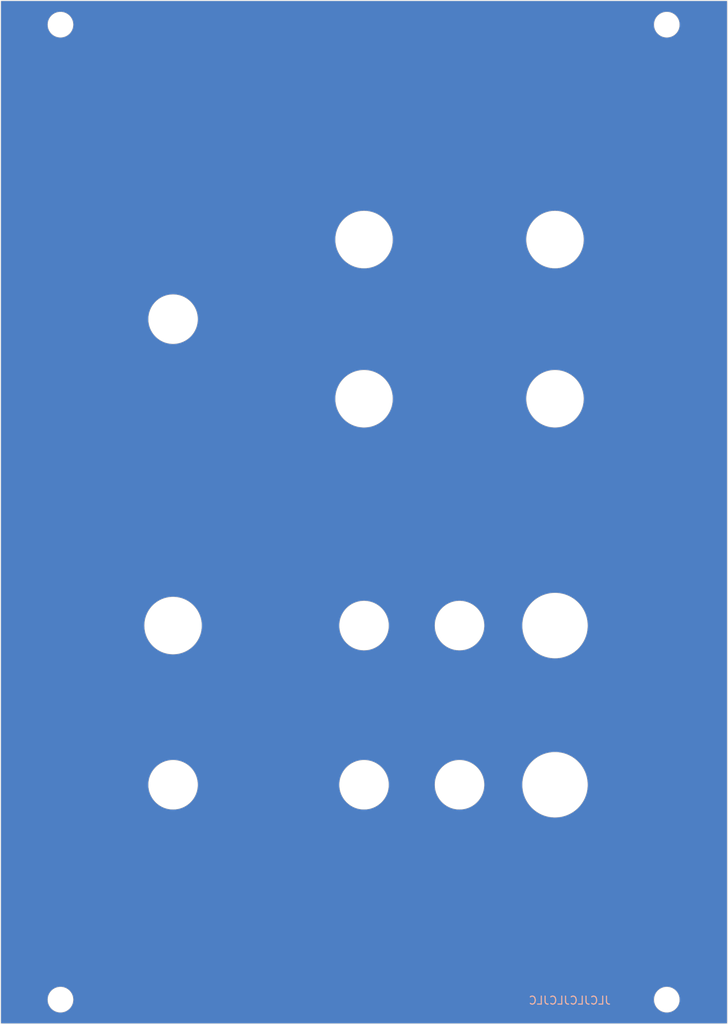
<source format=kicad_pcb>
(kicad_pcb (version 20211014) (generator pcbnew)

  (general
    (thickness 1.6)
  )

  (paper "A4")
  (title_block
    (title "Envelope Generator Panel")
    (date "2021-06-28")
    (rev "1.0")
  )

  (layers
    (0 "F.Cu" signal)
    (31 "B.Cu" signal)
    (32 "B.Adhes" user "B.Adhesive")
    (33 "F.Adhes" user "F.Adhesive")
    (34 "B.Paste" user)
    (35 "F.Paste" user)
    (36 "B.SilkS" user "B.Silkscreen")
    (37 "F.SilkS" user "F.Silkscreen")
    (38 "B.Mask" user)
    (39 "F.Mask" user)
    (40 "Dwgs.User" user "User.Drawings")
    (41 "Cmts.User" user "User.Comments")
    (42 "Eco1.User" user "User.Eco1")
    (43 "Eco2.User" user "User.Eco2")
    (44 "Edge.Cuts" user)
    (45 "Margin" user)
    (46 "B.CrtYd" user "B.Courtyard")
    (47 "F.CrtYd" user "F.Courtyard")
    (48 "B.Fab" user)
    (49 "F.Fab" user)
  )

  (setup
    (pad_to_mask_clearance 0)
    (pcbplotparams
      (layerselection 0x00010fc_ffffffff)
      (disableapertmacros false)
      (usegerberextensions true)
      (usegerberattributes false)
      (usegerberadvancedattributes false)
      (creategerberjobfile false)
      (svguseinch false)
      (svgprecision 6)
      (excludeedgelayer true)
      (plotframeref false)
      (viasonmask false)
      (mode 1)
      (useauxorigin false)
      (hpglpennumber 1)
      (hpglpenspeed 20)
      (hpglpendiameter 15.000000)
      (dxfpolygonmode true)
      (dxfimperialunits true)
      (dxfusepcbnewfont true)
      (psnegative false)
      (psa4output false)
      (plotreference true)
      (plotvalue false)
      (plotinvisibletext false)
      (sketchpadsonfab false)
      (subtractmaskfromsilk true)
      (outputformat 1)
      (mirror false)
      (drillshape 0)
      (scaleselection 1)
      (outputdirectory "gerbers/")
    )
  )

  (net 0 "")

  (gr_circle (center 164.95 82.2) (end 168.55 82.2) (layer "B.Mask") (width 5) (fill none) (tstamp 0711c6db-703f-460a-9dd0-9bb282688338))
  (gr_circle (center 140.95 62.2) (end 144.55 62.2) (layer "B.Mask") (width 5) (fill none) (tstamp 31083974-13fa-4363-a23c-58aaaedc96a8))
  (gr_circle (center 140.95 82.2) (end 144.55 82.2) (layer "B.Mask") (width 5) (fill none) (tstamp 327a9812-77ce-4ae4-a75a-00f8e1b56d03))
  (gr_circle (center 164.95 62.2) (end 168.55 62.2) (layer "B.Mask") (width 5) (fill none) (tstamp 3f3ddb2b-f15c-4cf9-a6b6-e71a653bfedb))
  (gr_circle (center 116.95 72.2) (end 120.55 72.2) (layer "B.Mask") (width 5) (fill none) (tstamp 6e8cb976-835d-4dea-921c-d814d852f4cb))
  (gr_circle (center 102.8 35.2) (end 104.4 35.2) (layer "B.Mask") (width 2) (fill none) (tstamp 74134172-4770-4566-a99b-0af0b0bdb33f))
  (gr_circle (center 116.95 110.7) (end 120.55 110.7) (layer "B.Mask") (width 5) (fill none) (tstamp 76b5c34b-869e-4b28-bc9d-2a7b9e79c29e))
  (gr_circle (center 140.95 110.7) (end 144.55 110.7) (layer "B.Mask") (width 5) (fill none) (tstamp 9a4e5762-ed1c-4d5b-9017-7b401f7ec7a6))
  (gr_circle (center 179 35.2) (end 180.6 35.2) (layer "B.Mask") (width 2) (fill none) (tstamp a548cdaf-2e20-448f-ac62-9bd51c1fb9da))
  (gr_circle (center 152.95 110.7) (end 156.55 110.7) (layer "B.Mask") (width 5) (fill none) (tstamp af1aa9db-272f-4cbd-b056-868104bb3522))
  (gr_circle (center 116.95 130.7) (end 120.55 130.7) (layer "B.Mask") (width 5) (fill none) (tstamp b2f8add0-dc97-44b8-af3e-d3795153fd9e))
  (gr_circle (center 179 157.7) (end 180.6 157.7) (layer "B.Mask") (width 2) (fill none) (tstamp bed23666-daa4-4c71-b6f9-b035cbcf801c))
  (gr_circle (center 152.95 130.7) (end 156.55 130.7) (layer "B.Mask") (width 5) (fill none) (tstamp bfe2d5f7-848f-4d17-946f-ae8e09121168))
  (gr_circle (center 102.8 157.7) (end 104.4 157.7) (layer "B.Mask") (width 2) (fill none) (tstamp d73efa0e-1da1-4c72-b782-934ec566ef91))
  (gr_circle (center 140.95 130.7) (end 144.55 130.7) (layer "B.Mask") (width 5) (fill none) (tstamp e9726ac7-2dbc-40ec-a54b-5d0703a1b5e5))
  (gr_circle (center 116.95 130.7) (end 120.55 130.7) (layer "F.Mask") (width 5) (fill none) (tstamp 177148f9-8f0f-4982-8a97-c338508c403f))
  (gr_circle (center 152.95 130.7) (end 156.55 130.7) (layer "F.Mask") (width 5) (fill none) (tstamp 25619dec-7fa5-4f00-8695-7722b4b80d93))
  (gr_circle (center 116.95 110.7) (end 120.55 110.7) (layer "F.Mask") (width 5) (fill none) (tstamp 25fc7484-491e-43e0-bd7c-d028fb2ba319))
  (gr_line (start 116.95 110.7) (end 116.95 129.05) (layer "F.Mask") (width 0.5) (tstamp 3559e287-424e-4397-b080-77c7ba6f395b))
  (gr_circle (center 102.8 35.2) (end 104.4 35.2) (layer "F.Mask") (width 2) (fill none) (tstamp 3c5b8895-c85c-4fc5-8068-da322add33b5))
  (gr_circle (center 116.95 72.2) (end 120.55 72.2) (layer "F.Mask") (width 5) (fill none) (tstamp 449acd15-9361-48c2-a00c-17e59109a21f))
  (gr_circle (center 140.95 110.7) (end 144.55 110.7) (layer "F.Mask") (width 5) (fill none) (tstamp 4f19d979-ca23-4166-ac96-3154906599a9))
  (gr_circle (center 164.95 62.2) (end 168.55 62.2) (layer "F.Mask") (width 5) (fill none) (tstamp 52b8a34d-faa1-4525-80a1-ec50299c2f1b))
  (gr_circle (center 179 35.2) (end 180.6 35.2) (layer "F.Mask") (width 2) (fill none) (tstamp 62c0c665-5b7f-43a1-a1c4-97b75423c6b2))
  (gr_circle (center 140.95 130.7) (end 144.55 130.7) (layer "F.Mask") (width 5) (fill none) (tstamp 96e49b1d-7038-44c4-9cca-9311fb531059))
  (gr_circle (center 102.8 157.7) (end 104.4 157.7) (layer "F.Mask") (width 2) (fill none) (tstamp 9b0d8dde-97e3-41c8-9c3c-5d6de50af053))
  (gr_circle (center 164.95 82.2) (end 168.55 82.2) (layer "F.Mask") (width 5) (fill none) (tstamp a4525e50-456e-4d57-9ad8-84d9d1c29cd7))
  (gr_circle (center 140.95 62.2) (end 144.55 62.2) (layer "F.Mask") (width 5) (fill none) (tstamp a990ec52-2b5d-4255-be23-725ee17db2ed))
  (gr_circle (center 179 157.7) (end 180.6 157.7) (layer "F.Mask") (width 2) (fill none) (tstamp b7f85fd0-0574-40b9-bd2b-1ee9b6ac28ee))
  (gr_circle (center 140.95 82.2) (end 144.55 82.2) (layer "F.Mask") (width 5) (fill none) (tstamp c9081649-700b-41e8-bca6-04d38fc61c5e))
  (gr_circle (center 152.95 110.7) (end 156.55 110.7) (layer "F.Mask") (width 5) (fill none) (tstamp def305ba-8127-4e50-b53a-35e990b2f4fe))
  (gr_circle (center 116.95 110.7) (end 120.55 110.7) (layer "Edge.Cuts") (width 0.05) (fill none) (tstamp 00000000-0000-0000-0000-000060da3735))
  (gr_circle (center 116.95 130.7) (end 120.05 130.7) (layer "Edge.Cuts") (width 0.05) (fill none) (tstamp 00000000-0000-0000-0000-000060da3765))
  (gr_circle (center 164.95 130.7) (end 169.05 130.7) (layer "Edge.Cuts") (width 0.05) (fill none) (tstamp 00000000-0000-0000-0000-000060da37ad))
  (gr_line (start 186.6 160.7) (end 95.3 160.7) (layer "Edge.Cuts") (width 0.05) (tstamp 00000000-0000-0000-0000-000060da3a90))
  (gr_circle (center 179 157.7) (end 180.6 157.7) (layer "Edge.Cuts") (width 0.05) (fill none) (tstamp 00000000-0000-0000-0000-000060da461f))
  (gr_circle (center 164.95 62.2) (end 168.55 62.2) (layer "Edge.Cuts") (width 0.05) (fill none) (tstamp 0d35483a-0b12-46cc-b9f2-896fd6831779))
  (gr_circle (center 179 35.2) (end 180.6 35.2) (layer "Edge.Cuts") (width 0.05) (fill none) (tstamp 2f3deced-880d-4075-a81b-95c62da5b94d))
  (gr_circle (center 102.8 157.7) (end 104.4 157.7) (layer "Edge.Cuts") (width 0.05) (fill none) (tstamp 4d609e7c-74c9-4ae9-a26d-946ff00c167d))
  (gr_circle (center 140.95 130.7) (end 144.05 130.7) (layer "Edge.Cuts") (width 0.05) (fill none) (tstamp 55992e35-fe7b-468a-9b7a-1e4dc931b904))
  (gr_circle (center 102.8 35.2) (end 104.4 35.2) (layer "Edge.Cuts") (width 0.05) (fill none) (tstamp 6ff874d0-4ac5-414c-83a7-573eda4c7703))
  (gr_circle (center 152.95 110.7) (end 156.05 110.7) (layer "Edge.Cuts") (width 0.05) (fill none) (tstamp 71c77456-1405-42e3-95ed-69e629de0558))
  (gr_line (start 186.6 32.2) (end 186.6 160.7) (layer "Edge.Cuts") (width 0.05) (tstamp 7e969d15-6cc0-4258-8b27-586608a21adb))
  (gr_circle (center 140.95 62.2) (end 144.55 62.2) (layer "Edge.Cuts") (width 0.05) (fill none) (tstamp 909b030b-fa1a-4fe8-b1ee-422b4d9e23cf))
  (gr_line (start 95.3 32.2) (end 95.3 160.7) (layer "Edge.Cuts") (width 0.05) (tstamp 936e2ca6-11ae-4f42-9128-52bb329f3d21))
  (gr_circle (center 140.95 82.2) (end 144.55 82.2) (layer "Edge.Cuts") (width 0.05) (fill none) (tstamp 9702d639-3b1f-4825-8985-b32b9008503d))
  (gr_circle (center 140.95 110.7) (end 144.05 110.7) (layer "Edge.Cuts") (width 0.05) (fill none) (tstamp a06e8e78-f567-42e6-b645-013b1073ca31))
  (gr_circle (center 116.95 72.2) (end 120.05 72.2) (layer "Edge.Cuts") (width 0.05) (fill none) (tstamp c3c93de0-69b1-4a04-8e0b-d78caf487c63))
  (gr_circle (center 164.95 82.2) (end 168.55 82.2) (layer "Edge.Cuts") (width 0.05) (fill none) (tstamp ec9e24d8-d1c5-40e2-9812-dc315d05f470))
  (gr_line (start 95.3 32.2) (end 186.6 32.2) (layer "Edge.Cuts") (width 0.05) (tstamp f1dd8642-b405-490b-a449-d1cc5797fda8))
  (gr_circle (center 152.95 130.7) (end 156.05 130.7) (layer "Edge.Cuts") (width 0.05) (fill none) (tstamp f9865a9f-edb8-49c7-828f-4896e1f3047a))
  (gr_circle (center 164.95 110.7) (end 169.05 110.7) (layer "Edge.Cuts") (width 0.05) (fill none) (tstamp fc0a4225-db46-4d48-8163-d522602d57cd))
  (gr_text "JLCJLCJLCJLC" (at 166.8 157.8) (layer "B.SilkS") (tstamp 681bd495-c396-44ce-92bd-4b397cd48c04)
    (effects (font (size 1 1) (thickness 0.15)) (justify mirror))
  )
  (gr_text "Gate" (at 116.95 140.7) (layer "F.Mask") (tstamp 00000000-0000-0000-0000-000060da4074)
    (effects (font (size 2.5 2.5) (thickness 0.25)))
  )
  (gr_text "Slow" (at 116.95 82.2) (layer "F.Mask") (tstamp 00000000-0000-0000-0000-000060da41cd)
    (effects (font (size 2.5 2.5) (thickness 0.25)))
  )
  (gr_text "Decay" (at 164.95 72.2) (layer "F.Mask") (tstamp 5740c959-93d8-47fd-8f68-62f0109e753d)
    (effects (font (size 2.5 2.5) (thickness 0.25)))
  )
  (gr_text "Fast" (at 116.95 62.2) (layer "F.Mask") (tstamp 786b6072-5772-4bc1-8eeb-6c4e19f2a91b)
    (effects (font (size 2.5 2.5) (thickness 0.25)))
  )
  (gr_text "Release" (at 164.95 92.2) (layer "F.Mask") (tstamp 7e08f2a4-63d6-468b-bd8b-ec607077e023)
    (effects (font (size 2.5 2.5) (thickness 0.25)))
  )
  (gr_text "Inverted Out" (at 152.95 140.7) (layer "F.Mask") (tstamp 9a9f2d82-f64d-4264-8bec-c182528fc4de)
    (effects (font (size 2.5 2.5) (thickness 0.25)))
  )
  (gr_text "Envelope" (at 140.95 47.2) (layer "F.Mask") (tstamp 9d984d1b-8097-407f-92f3-3ef68867dcfa)
    (effects (font (size 10 10) (thickness 1.2)))
  )
  (gr_text "Out" (at 152.95 120.7) (layer "F.Mask") (tstamp b60c50d1-225e-415c-8712-7acb5e3dc8ea)
    (effects (font (size 2.5 2.5) (thickness 0.25)))
  )
  (gr_text "Sustain" (at 140.95 92.2) (layer "F.Mask") (tstamp b6bcc3cf-50de-4a33-bc41-678825c1ecf2)
    (effects (font (size 2.5 2.5) (thickness 0.25)))
  )
  (gr_text "Attack" (at 140.95 72.2) (layer "F.Mask") (tstamp bb4f0314-c44c-4dda-b85c-537120eaae9a)
    (effects (font (size 2.5 2.5) (thickness 0.25)))
  )

  (zone (net 0) (net_name "") (layer "F.Cu") (tstamp 00000000-0000-0000-0000-000060fdb39f) (hatch edge 0.508)
    (connect_pads (clearance 0))
    (min_thickness 0.254) (filled_areas_thickness no)
    (fill yes (thermal_gap 0.508) (thermal_bridge_width 0.508))
    (polygon
      (pts
        (xy 186.7 160.8)
        (xy 95.2 160.8)
        (xy 95.2 32.1)
        (xy 186.7 32.1)
      )
    )
    (filled_polygon
      (layer "F.Cu")
      (island)
      (pts
        (xy 186.517121 32.245002)
        (xy 186.563614 32.298658)
        (xy 186.575 32.351)
        (xy 186.575 160.549)
        (xy 186.554998 160.617121)
        (xy 186.501342 160.663614)
        (xy 186.449 160.675)
        (xy 95.451 160.675)
        (xy 95.382879 160.654998)
        (xy 95.336386 160.601342)
        (xy 95.325 160.549)
        (xy 95.325 157.7)
        (xy 101.169975 157.7)
        (xy 101.190043 157.954992)
        (xy 101.191197 157.959799)
        (xy 101.191198 157.959805)
        (xy 101.228855 158.116654)
        (xy 101.249754 158.203705)
        (xy 101.251647 158.208276)
        (xy 101.251648 158.208278)
        (xy 101.33729 158.415035)
        (xy 101.347637 158.440016)
        (xy 101.481282 158.658105)
        (xy 101.484494 158.661865)
        (xy 101.484497 158.66187)
        (xy 101.614167 158.813693)
        (xy 101.647398 158.852602)
        (xy 101.65116 158.855815)
        (xy 101.83813 159.015503)
        (xy 101.838135 159.015506)
        (xy 101.841895 159.018718)
        (xy 102.059984 159.152363)
        (xy 102.064554 159.154256)
        (xy 102.064558 159.154258)
        (xy 102.291722 159.248352)
        (xy 102.296295 159.250246)
        (xy 102.383346 159.271145)
        (xy 102.540195 159.308802)
        (xy 102.540201 159.308803)
        (xy 102.545008 159.309957)
        (xy 102.8 159.330025)
        (xy 103.054992 159.309957)
        (xy 103.059799 159.308803)
        (xy 103.059805 159.308802)
        (xy 103.216654 159.271145)
        (xy 103.303705 159.250246)
        (xy 103.308278 159.248352)
        (xy 103.535442 159.154258)
        (xy 103.535446 159.154256)
        (xy 103.540016 159.152363)
        (xy 103.758105 159.018718)
        (xy 103.761865 159.015506)
        (xy 103.76187 159.015503)
        (xy 103.94884 158.855815)
        (xy 103.952602 158.852602)
        (xy 103.985833 158.813693)
        (xy 104.115503 158.66187)
        (xy 104.115506 158.661865)
        (xy 104.118718 158.658105)
        (xy 104.252363 158.440016)
        (xy 104.262711 158.415035)
        (xy 104.348352 158.208278)
        (xy 104.348353 158.208276)
        (xy 104.350246 158.203705)
        (xy 104.371145 158.116654)
        (xy 104.408802 157.959805)
        (xy 104.408803 157.959799)
        (xy 104.409957 157.954992)
        (xy 104.430025 157.7)
        (xy 177.369975 157.7)
        (xy 177.390043 157.954992)
        (xy 177.391197 157.959799)
        (xy 177.391198 157.959805)
        (xy 177.428855 158.116654)
        (xy 177.449754 158.203705)
        (xy 177.451647 158.208276)
        (xy 177.451648 158.208278)
        (xy 177.53729 158.415035)
        (xy 177.547637 158.440016)
        (xy 177.681282 158.658105)
        (xy 177.684494 158.661865)
        (xy 177.684497 158.66187)
        (xy 177.814167 158.813693)
        (xy 177.847398 158.852602)
        (xy 177.85116 158.855815)
        (xy 178.03813 159.015503)
        (xy 178.038135 159.015506)
        (xy 178.041895 159.018718)
        (xy 178.259984 159.152363)
        (xy 178.264554 159.154256)
        (xy 178.264558 159.154258)
        (xy 178.491722 159.248352)
        (xy 178.496295 159.250246)
        (xy 178.583346 159.271145)
        (xy 178.740195 159.308802)
        (xy 178.740201 159.308803)
        (xy 178.745008 159.309957)
        (xy 179 159.330025)
        (xy 179.254992 159.309957)
        (xy 179.259799 159.308803)
        (xy 179.259805 159.308802)
        (xy 179.416654 159.271145)
        (xy 179.503705 159.250246)
        (xy 179.508278 159.248352)
        (xy 179.735442 159.154258)
        (xy 179.735446 159.154256)
        (xy 179.740016 159.152363)
        (xy 179.958105 159.018718)
        (xy 179.961865 159.015506)
        (xy 179.96187 159.015503)
        (xy 180.14884 158.855815)
        (xy 180.152602 158.852602)
        (xy 180.185833 158.813693)
        (xy 180.315503 158.66187)
        (xy 180.315506 158.661865)
        (xy 180.318718 158.658105)
        (xy 180.452363 158.440016)
        (xy 180.462711 158.415035)
        (xy 180.548352 158.208278)
        (xy 180.548353 158.208276)
        (xy 180.550246 158.203705)
        (xy 180.571145 158.116654)
        (xy 180.608802 157.959805)
        (xy 180.608803 157.959799)
        (xy 180.609957 157.954992)
        (xy 180.630025 157.7)
        (xy 180.609957 157.445008)
        (xy 180.608803 157.440201)
        (xy 180.608802 157.440195)
        (xy 180.551401 157.201107)
        (xy 180.550246 157.196295)
        (xy 180.548352 157.191722)
        (xy 180.454258 156.964558)
        (xy 180.454256 156.964554)
        (xy 180.452363 156.959984)
        (xy 180.318718 156.741895)
        (xy 180.315506 156.738135)
        (xy 180.315503 156.73813)
        (xy 180.155815 156.55116)
        (xy 180.152602 156.547398)
        (xy 180.010227 156.425798)
        (xy 179.96187 156.384497)
        (xy 179.961865 156.384494)
        (xy 179.958105 156.381282)
        (xy 179.740016 156.247637)
        (xy 179.735446 156.245744)
        (xy 179.735442 156.245742)
        (xy 179.508278 156.151648)
        (xy 179.508276 156.151647)
        (xy 179.503705 156.149754)
        (xy 179.400598 156.125)
        (xy 179.259805 156.091198)
        (xy 179.259799 156.091197)
        (xy 179.254992 156.090043)
        (xy 179 156.069975)
        (xy 178.745008 156.090043)
        (xy 178.740201 156.091197)
        (xy 178.740195 156.091198)
        (xy 178.599402 156.125)
        (xy 178.496295 156.149754)
        (xy 178.491724 156.151647)
        (xy 178.491722 156.151648)
        (xy 178.264558 156.245742)
        (xy 178.264554 156.245744)
        (xy 178.259984 156.247637)
        (xy 178.041895 156.381282)
        (xy 178.038135 156.384494)
        (xy 178.03813 156.384497)
        (xy 177.989773 156.425798)
        (xy 177.847398 156.547398)
        (xy 177.844185 156.55116)
        (xy 177.684497 156.73813)
        (xy 177.684494 156.738135)
        (xy 177.681282 156.741895)
        (xy 177.547637 156.959984)
        (xy 177.545744 156.964554)
        (xy 177.545742 156.964558)
        (xy 177.451648 157.191722)
        (xy 177.449754 157.196295)
        (xy 177.448599 157.201107)
        (xy 177.391198 157.440195)
        (xy 177.391197 157.440201)
        (xy 177.390043 157.445008)
        (xy 177.369975 157.7)
        (xy 104.430025 157.7)
        (xy 104.409957 157.445008)
        (xy 104.408803 157.440201)
        (xy 104.408802 157.440195)
        (xy 104.351401 157.201107)
        (xy 104.350246 157.196295)
        (xy 104.348352 157.191722)
        (xy 104.254258 156.964558)
        (xy 104.254256 156.964554)
        (xy 104.252363 156.959984)
        (xy 104.118718 156.741895)
        (xy 104.115506 156.738135)
        (xy 104.115503 156.73813)
        (xy 103.955815 156.55116)
        (xy 103.952602 156.547398)
        (xy 103.810227 156.425798)
        (xy 103.76187 156.384497)
        (xy 103.761865 156.384494)
        (xy 103.758105 156.381282)
        (xy 103.540016 156.247637)
        (xy 103.535446 156.245744)
        (xy 103.535442 156.245742)
        (xy 103.308278 156.151648)
        (xy 103.308276 156.151647)
        (xy 103.303705 156.149754)
        (xy 103.200598 156.125)
        (xy 103.059805 156.091198)
        (xy 103.059799 156.091197)
        (xy 103.054992 156.090043)
        (xy 102.8 156.069975)
        (xy 102.545008 156.090043)
        (xy 102.540201 156.091197)
        (xy 102.540195 156.091198)
        (xy 102.399402 156.125)
        (xy 102.296295 156.149754)
        (xy 102.291724 156.151647)
        (xy 102.291722 156.151648)
        (xy 102.064558 156.245742)
        (xy 102.064554 156.245744)
        (xy 102.059984 156.247637)
        (xy 101.841895 156.381282)
        (xy 101.838135 156.384494)
        (xy 101.83813 156.384497)
        (xy 101.789773 156.425798)
        (xy 101.647398 156.547398)
        (xy 101.644185 156.55116)
        (xy 101.484497 156.73813)
        (xy 101.484494 156.738135)
        (xy 101.481282 156.741895)
        (xy 101.347637 156.959984)
        (xy 101.345744 156.964554)
        (xy 101.345742 156.964558)
        (xy 101.251648 157.191722)
        (xy 101.249754 157.196295)
        (xy 101.248599 157.201107)
        (xy 101.191198 157.440195)
        (xy 101.191197 157.440201)
        (xy 101.190043 157.445008)
        (xy 101.169975 157.7)
        (xy 95.325 157.7)
        (xy 95.325 130.656299)
        (xy 113.820381 130.656299)
        (xy 113.820413 130.657066)
        (xy 113.820528 130.659811)
        (xy 113.820528 130.659814)
        (xy 113.822295 130.701974)
        (xy 113.835014 131.005427)
        (xy 113.888472 131.350748)
        (xy 113.98009 131.687957)
        (xy 114.108725 132.012853)
        (xy 114.272775 132.321385)
        (xy 114.27476 132.324284)
        (xy 114.468203 132.606801)
        (xy 114.468208 132.606807)
        (xy 114.470194 132.609708)
        (xy 114.698521 132.874228)
        (xy 114.954911 133.111648)
        (xy 115.236169 133.319009)
        (xy 115.239206 133.320763)
        (xy 115.23921 133.320765)
        (xy 115.311825 133.362689)
        (xy 115.538788 133.493726)
        (xy 115.619994 133.529204)
        (xy 115.855774 133.632214)
        (xy 115.855784 133.632218)
        (xy 115.858996 133.633621)
        (xy 115.862353 133.63466)
        (xy 115.862358 133.634662)
        (xy 116.020642 133.683659)
        (xy 116.192803 133.736952)
        (xy 116.196259 133.737611)
        (xy 116.196258 133.737611)
        (xy 116.532597 133.801771)
        (xy 116.532602 133.801772)
        (xy 116.536048 133.802429)
        (xy 116.727554 133.817165)
        (xy 116.880955 133.828969)
        (xy 116.880957 133.828969)
        (xy 116.884452 133.829238)
        (xy 117.116159 133.821146)
        (xy 117.230157 133.817165)
        (xy 117.230161 133.817165)
        (xy 117.233673 133.817042)
        (xy 117.237152 133.816528)
        (xy 117.237155 133.816528)
        (xy 117.575867 133.766512)
        (xy 117.575873 133.766511)
        (xy 117.579359 133.765996)
        (xy 117.582763 133.765097)
        (xy 117.582766 133.765096)
        (xy 117.913809 133.677631)
        (xy 117.91381 133.677631)
        (xy 117.9172 133.676735)
        (xy 118.242985 133.550371)
        (xy 118.552655 133.388479)
        (xy 118.842349 133.193078)
        (xy 119.108457 132.966603)
        (xy 119.110852 132.964053)
        (xy 119.11086 132.964045)
        (xy 119.34525 132.714444)
        (xy 119.345254 132.714439)
        (xy 119.347661 132.711876)
        (xy 119.349766 132.709062)
        (xy 119.349772 132.709055)
        (xy 119.459278 132.562674)
        (xy 119.55698 132.432073)
        (xy 119.586034 132.382553)
        (xy 119.732027 132.133714)
        (xy 119.733806 132.130682)
        (xy 119.744984 132.105576)
        (xy 119.874501 131.814675)
        (xy 119.874503 131.814671)
        (xy 119.875933 131.811458)
        (xy 119.981592 131.47838)
        (xy 120.049464 131.135601)
        (xy 120.062872 130.975928)
        (xy 120.078521 130.789577)
        (xy 120.078522 130.789566)
        (xy 120.078704 130.787393)
        (xy 120.079924 130.7)
        (xy 120.077678 130.659814)
        (xy 120.077481 130.656299)
        (xy 137.820381 130.656299)
        (xy 137.820413 130.657066)
        (xy 137.820528 130.659811)
        (xy 137.820528 130.659814)
        (xy 137.822295 130.701974)
        (xy 137.835014 131.005427)
        (xy 137.888472 131.350748)
        (xy 137.98009 131.687957)
        (xy 138.108725 132.012853)
        (xy 138.272775 132.321385)
        (xy 138.27476 132.324284)
        (xy 138.468203 132.606801)
        (xy 138.468208 132.606807)
        (xy 138.470194 132.609708)
        (xy 138.698521 132.874228)
        (xy 138.954911 133.111648)
        (xy 139.236169 133.319009)
        (xy 139.239206 133.320763)
        (xy 139.23921 133.320765)
        (xy 139.311825 133.362689)
        (xy 139.538788 133.493726)
        (xy 139.619994 133.529204)
        (xy 139.855774 133.632214)
        (xy 139.855784 133.632218)
        (xy 139.858996 133.633621)
        (xy 139.862353 133.63466)
        (xy 139.862358 133.634662)
        (xy 140.020642 133.683659)
        (xy 140.192803 133.736952)
        (xy 140.196259 133.737611)
        (xy 140.196258 133.737611)
        (xy 140.532597 133.801771)
        (xy 140.532602 133.801772)
        (xy 140.536048 133.802429)
        (xy 140.727554 133.817165)
        (xy 140.880955 133.828969)
        (xy 140.880957 133.828969)
        (xy 140.884452 133.829238)
        (xy 141.116159 133.821146)
        (xy 141.230157 133.817165)
        (xy 141.230161 133.817165)
        (xy 141.233673 133.817042)
        (xy 141.237152 133.816528)
        (xy 141.237155 133.816528)
        (xy 141.575867 133.766512)
        (xy 141.575873 133.766511)
        (xy 141.579359 133.765996)
        (xy 141.582763 133.765097)
        (xy 141.582766 133.765096)
        (xy 141.913809 133.677631)
        (xy 141.91381 133.677631)
        (xy 141.9172 133.676735)
        (xy 142.242985 133.550371)
        (xy 142.552655 133.388479)
        (xy 142.842349 133.193078)
        (xy 143.108457 132.966603)
        (xy 143.110852 132.964053)
        (xy 143.11086 132.964045)
        (xy 143.34525 132.714444)
        (xy 143.345254 132.714439)
        (xy 143.347661 132.711876)
        (xy 143.349766 132.709062)
        (xy 143.349772 132.709055)
        (xy 143.459278 132.562674)
        (xy 143.55698 132.432073)
        (xy 143.586034 132.382553)
        (xy 143.732027 132.133714)
        (xy 143.733806 132.130682)
        (xy 143.744984 132.105576)
        (xy 143.874501 131.814675)
        (xy 143.874503 131.814671)
        (xy 143.875933 131.811458)
        (xy 143.981592 131.47838)
        (xy 144.049464 131.135601)
        (xy 144.062872 130.975928)
        (xy 144.078521 130.789577)
        (xy 144.078522 130.789566)
        (xy 144.078704 130.787393)
        (xy 144.079924 130.7)
        (xy 144.077678 130.659814)
        (xy 144.077481 130.656299)
        (xy 149.820381 130.656299)
        (xy 149.820413 130.657066)
        (xy 149.820528 130.659811)
        (xy 149.820528 130.659814)
        (xy 149.822295 130.701974)
        (xy 149.835014 131.005427)
        (xy 149.888472 131.350748)
        (xy 149.98009 131.687957)
        (xy 150.108725 132.012853)
        (xy 150.272775 132.321385)
        (xy 150.27476 132.324284)
        (xy 150.468203 132.606801)
        (xy 150.468208 132.606807)
        (xy 150.470194 132.609708)
        (xy 150.698521 132.874228)
        (xy 150.954911 133.111648)
        (xy 151.236169 133.319009)
        (xy 151.239206 133.320763)
        (xy 151.23921 133.320765)
        (xy 151.311825 133.362689)
        (xy 151.538788 133.493726)
        (xy 151.619994 133.529204)
        (xy 151.855774 133.632214)
        (xy 151.855784 133.632218)
        (xy 151.858996 133.633621)
        (xy 151.862353 133.63466)
        (xy 151.862358 133.634662)
        (xy 152.020642 133.683659)
        (xy 152.192803 133.736952)
        (xy 152.196259 133.737611)
        (xy 152.196258 133.737611)
        (xy 152.532597 133.801771)
        (xy 152.532602 133.801772)
        (xy 152.536048 133.802429)
        (xy 152.727554 133.817165)
        (xy 152.880955 133.828969)
        (xy 152.880957 133.828969)
        (xy 152.884452 133.829238)
        (xy 153.116159 133.821146)
        (xy 153.230157 133.817165)
        (xy 153.230161 133.817165)
        (xy 153.233673 133.817042)
        (xy 153.237152 133.816528)
        (xy 153.237155 133.816528)
        (xy 153.575867 133.766512)
        (xy 153.575873 133.766511)
        (xy 153.579359 133.765996)
        (xy 153.582763 133.765097)
        (xy 153.582766 133.765096)
        (xy 153.913809 133.677631)
        (xy 153.91381 133.677631)
        (xy 153.9172 133.676735)
        (xy 154.242985 133.550371)
        (xy 154.552655 133.388479)
        (xy 154.842349 133.193078)
        (xy 155.108457 132.966603)
        (xy 155.110852 132.964053)
        (xy 155.11086 132.964045)
        (xy 155.34525 132.714444)
        (xy 155.345254 132.714439)
        (xy 155.347661 132.711876)
        (xy 155.349766 132.709062)
        (xy 155.349772 132.709055)
        (xy 155.459278 132.562674)
        (xy 155.55698 132.432073)
        (xy 155.586034 132.382553)
        (xy 155.732027 132.133714)
        (xy 155.733806 132.130682)
        (xy 155.744984 132.105576)
        (xy 155.874501 131.814675)
        (xy 155.874503 131.814671)
        (xy 155.875933 131.811458)
        (xy 155.981592 131.47838)
        (xy 156.049464 131.135601)
        (xy 156.062872 130.975928)
        (xy 156.078521 130.789577)
        (xy 156.078522 130.789566)
        (xy 156.078704 130.787393)
        (xy 156.079924 130.7)
        (xy 156.077678 130.659814)
        (xy 156.076701 130.642337)
        (xy 160.820428 130.642337)
        (xy 160.820455 130.643104)
        (xy 160.822366 130.697828)
        (xy 160.833107 131.005427)
        (xy 160.834509 131.045587)
        (xy 160.834915 131.048631)
        (xy 160.834916 131.048641)
        (xy 160.856544 131.210733)
        (xy 160.887874 131.44554)
        (xy 160.888574 131.448524)
        (xy 160.888575 131.44853)
        (xy 160.945498 131.691222)
        (xy 160.980013 131.838375)
        (xy 161.110046 132.220345)
        (xy 161.11132 132.223153)
        (xy 161.275456 132.584989)
        (xy 161.27546 132.584997)
        (xy 161.276733 132.587803)
        (xy 161.478481 132.937241)
        (xy 161.48027 132.939739)
        (xy 161.480272 132.939743)
        (xy 161.660011 133.190799)
        (xy 161.713366 133.265325)
        (xy 161.715393 133.26764)
        (xy 161.715395 133.267643)
        (xy 161.945713 133.530733)
        (xy 161.979145 133.568922)
        (xy 161.981393 133.571033)
        (xy 162.271026 133.843017)
        (xy 162.271033 133.843023)
        (xy 162.273281 133.845134)
        (xy 162.275731 133.847021)
        (xy 162.275736 133.847025)
        (xy 162.590524 134.089445)
        (xy 162.592967 134.091326)
        (xy 162.595566 134.09295)
        (xy 162.595576 134.092957)
        (xy 162.743324 134.185279)
        (xy 162.935152 134.305146)
        (xy 163.296569 134.484555)
        (xy 163.466808 134.549223)
        (xy 163.670882 134.626744)
        (xy 163.670887 134.626746)
        (xy 163.673768 134.62784)
        (xy 164.063148 134.733632)
        (xy 164.066191 134.734147)
        (xy 164.066197 134.734148)
        (xy 164.457954 134.800409)
        (xy 164.457961 134.80041)
        (xy 164.460995 134.800923)
        (xy 164.464066 134.801138)
        (xy 164.464068 134.801138)
        (xy 164.860442 134.828855)
        (xy 164.86045 134.828855)
        (xy 164.863508 134.829069)
        (xy 165.122481 134.821835)
        (xy 165.263774 134.817889)
        (xy 165.263777 134.817889)
        (xy 165.266848 134.817803)
        (xy 165.269901 134.817417)
        (xy 165.269905 134.817417)
        (xy 165.415257 134.799054)
        (xy 165.667163 134.767231)
        (xy 165.670167 134.766549)
        (xy 165.67017 134.766548)
        (xy 166.057636 134.678518)
        (xy 166.057642 134.678516)
        (xy 166.060632 134.677837)
        (xy 166.368104 134.575555)
        (xy 166.440576 134.551447)
        (xy 166.440582 134.551445)
        (xy 166.4435 134.550474)
        (xy 166.558621 134.499219)
        (xy 166.809313 134.387604)
        (xy 166.809319 134.387601)
        (xy 166.812113 134.386357)
        (xy 166.898492 134.337287)
        (xy 167.160278 134.188572)
        (xy 167.160286 134.188567)
        (xy 167.162951 134.187053)
        (xy 167.228752 134.140636)
        (xy 167.490136 133.956251)
        (xy 167.490144 133.956245)
        (xy 167.492667 133.954465)
        (xy 167.637744 133.829238)
        (xy 167.795773 133.69283)
        (xy 167.798111 133.690812)
        (xy 168.076371 133.398611)
        (xy 168.104437 133.362689)
        (xy 168.322878 133.083096)
        (xy 168.32288 133.083093)
        (xy 168.324788 133.080651)
        (xy 168.326444 133.078041)
        (xy 168.32645 133.078033)
        (xy 168.539338 132.742575)
        (xy 168.539342 132.742568)
        (xy 168.540992 132.739968)
        (xy 168.555183 132.711876)
        (xy 168.721535 132.382553)
        (xy 168.72292 132.379812)
        (xy 168.724027 132.376958)
        (xy 168.724031 132.376949)
        (xy 168.829289 132.105576)
        (xy 168.868834 132.003623)
        (xy 168.977342 131.61499)
        (xy 169.047409 131.217623)
        (xy 169.078365 130.815316)
        (xy 169.079975 130.7)
        (xy 169.077193 130.643104)
        (xy 169.070071 130.497505)
        (xy 169.060264 130.296985)
        (xy 169.00132 129.897817)
        (xy 168.903706 129.506306)
        (xy 168.883059 129.448321)
        (xy 168.832118 129.305265)
        (xy 168.768352 129.126189)
        (xy 168.596551 128.761094)
        (xy 168.593819 128.75651)
        (xy 168.460729 128.53325)
        (xy 168.389944 128.414507)
        (xy 168.150501 128.089735)
        (xy 167.995562 127.917657)
        (xy 167.882578 127.792175)
        (xy 167.88257 127.792167)
        (xy 167.880509 127.789878)
        (xy 167.582545 127.5178)
        (xy 167.259453 127.276096)
        (xy 167.256818 127.2745)
        (xy 166.91695 127.068668)
        (xy 166.916947 127.068666)
        (xy 166.914316 127.067073)
        (xy 166.911546 127.065746)
        (xy 166.911537 127.065741)
        (xy 166.553212 126.894061)
        (xy 166.55043 126.892728)
        (xy 166.547529 126.891672)
        (xy 166.174155 126.755775)
        (xy 166.174152 126.755774)
        (xy 166.171267 126.754724)
        (xy 166.168305 126.753964)
        (xy 166.168297 126.753961)
        (xy 165.783416 126.655141)
        (xy 165.78341 126.65514)
        (xy 165.780447 126.654379)
        (xy 165.3817 126.592649)
        (xy 164.978832 126.570126)
        (xy 164.975753 126.570255)
        (xy 164.97575 126.570255)
        (xy 164.711832 126.581316)
        (xy 164.57569 126.587022)
        (xy 164.572646 126.58745)
        (xy 164.572644 126.58745)
        (xy 164.532293 126.593121)
        (xy 164.17612 126.643178)
        (xy 163.783937 126.738057)
        (xy 163.402884 126.870754)
        (xy 163.036599 127.040001)
        (xy 162.688578 127.244184)
        (xy 162.581925 127.321672)
        (xy 162.364623 127.479551)
        (xy 162.364617 127.479556)
        (xy 162.362142 127.481354)
        (xy 162.359856 127.483383)
        (xy 162.359853 127.483386)
        (xy 162.313886 127.524198)
        (xy 162.060408 127.749246)
        (xy 162.058329 127.751491)
        (xy 162.058322 127.751498)
        (xy 161.796575 128.034159)
        (xy 161.786256 128.045303)
        (xy 161.542302 128.3667)
        (xy 161.330875 128.710369)
        (xy 161.153994 129.07303)
        (xy 161.152922 129.075914)
        (xy 161.152921 129.075915)
        (xy 161.051881 129.347604)
        (xy 161.013346 129.45122)
        (xy 160.910275 129.84133)
        (xy 160.845763 130.239636)
        (xy 160.84557 130.242709)
        (xy 160.845569 130.242715)
        (xy 160.838365 130.357233)
        (xy 160.820428 130.642337)
        (xy 156.076701 130.642337)
        (xy 156.060614 130.354625)
        (xy 156.060418 130.351111)
        (xy 156.053674 130.311234)
        (xy 156.002732 130.010051)
        (xy 156.002731 130.010047)
        (xy 156.002143 130.00657)
        (xy 155.905826 129.670672)
        (xy 155.816604 129.454203)
        (xy 155.774005 129.350849)
        (xy 155.774001 129.350841)
        (xy 155.772667 129.347604)
        (xy 155.604326 129.041393)
        (xy 155.402901 128.755855)
        (xy 155.170902 128.494548)
        (xy 155.084952 128.417158)
        (xy 154.91384 128.263088)
        (xy 154.913837 128.263086)
        (xy 154.911222 128.260731)
        (xy 154.672377 128.089735)
        (xy 154.629964 128.05937)
        (xy 154.629957 128.059366)
        (xy 154.627097 128.057318)
        (xy 154.322068 127.886843)
        (xy 153.999938 127.751432)
        (xy 153.996569 127.750441)
        (xy 153.996565 127.750439)
        (xy 153.814087 127.696733)
        (xy 153.664721 127.652772)
        (xy 153.389888 127.604311)
        (xy 153.324055 127.592703)
        (xy 153.324053 127.592703)
        (xy 153.320595 127.592093)
        (xy 153.317086 127.591872)
        (xy 153.317084 127.591872)
        (xy 152.975369 127.570373)
        (xy 152.975363 127.570373)
        (xy 152.971851 127.570152)
        (xy 152.873338 127.57497)
        (xy 152.626341 127.58705)
        (xy 152.626333 127.587051)
        (xy 152.622834 127.587222)
        (xy 152.619366 127.587784)
        (xy 152.619363 127.587784)
        (xy 152.28137 127.642527)
        (xy 152.281367 127.642528)
        (xy 152.277895 127.64309)
        (xy 152.274508 127.644036)
        (xy 152.274502 127.644037)
        (xy 151.997352 127.721419)
        (xy 151.941333 127.73706)
        (xy 151.804918 127.792175)
        (xy 151.620607 127.866641)
        (xy 151.620603 127.866643)
        (xy 151.617343 127.86796)
        (xy 151.614256 127.869629)
        (xy 151.614252 127.869631)
        (xy 151.57924 127.888562)
        (xy 151.309964 128.034159)
        (xy 151.023026 128.233586)
        (xy 151.020384 128.235899)
        (xy 151.02038 128.235902)
        (xy 150.867974 128.369324)
        (xy 150.760107 128.463755)
        (xy 150.524483 128.721796)
        (xy 150.31909 129.004494)
        (xy 150.317348 129.00756)
        (xy 150.317347 129.007562)
        (xy 150.296379 129.044473)
        (xy 150.14649 129.308326)
        (xy 150.008834 129.629503)
        (xy 149.997385 129.667424)
        (xy 149.926901 129.900878)
        (xy 149.907836 129.964023)
        (xy 149.907202 129.967478)
        (xy 149.856127 130.245764)
        (xy 149.844756 130.307717)
        (xy 149.820381 130.656299)
        (xy 144.077481 130.656299)
        (xy 144.060614 130.354625)
        (xy 144.060418 130.351111)
        (xy 144.053674 130.311234)
        (xy 144.002732 130.010051)
        (xy 144.002731 130.010047)
        (xy 144.002143 130.00657)
        (xy 143.905826 129.670672)
        (xy 143.816604 129.454203)
        (xy 143.774005 129.350849)
        (xy 143.774001 129.350841)
        (xy 143.772667 129.347604)
        (xy 143.604326 129.041393)
        (xy 143.402901 128.755855)
        (xy 143.170902 128.494548)
        (xy 143.084952 128.417158)
        (xy 142.91384 128.263088)
        (xy 142.913837 128.263086)
        (xy 142.911222 128.260731)
        (xy 142.672377 128.089735)
        (xy 142.629964 128.05937)
        (xy 142.629957 128.059366)
        (xy 142.627097 128.057318)
        (xy 142.322068 127.886843)
        (xy 141.999938 127.751432)
        (xy 141.996569 127.750441)
        (xy 141.996565 127.750439)
        (xy 141.814087 127.696733)
        (xy 141.664721 127.652772)
        (xy 141.389888 127.604311)
        (xy 141.324055 127.592703)
        (xy 141.324053 127.592703)
        (xy 141.320595 127.592093)
        (xy 141.317086 127.591872)
        (xy 141.317084 127.591872)
        (xy 140.975369 127.570373)
        (xy 140.975363 127.570373)
        (xy 140.971851 127.570152)
        (xy 140.873338 127.57497)
        (xy 140.626341 127.58705)
        (xy 140.626333 127.587051)
        (xy 140.622834 127.587222)
        (xy 140.619366 127.587784)
        (xy 140.619363 127.587784)
        (xy 140.28137 127.642527)
        (xy 140.281367 127.642528)
        (xy 140.277895 127.64309)
        (xy 140.274508 127.644036)
        (xy 140.274502 127.644037)
        (xy 139.997352 127.721419)
        (xy 139.941333 127.73706)
        (xy 139.804918 127.792175)
        (xy 139.620607 127.866641)
        (xy 139.620603 127.866643)
        (xy 139.617343 127.86796)
        (xy 139.614256 127.869629)
        (xy 139.614252 127.869631)
        (xy 139.57924 127.888562)
        (xy 139.309964 128.034159)
        (xy 139.023026 128.233586)
        (xy 139.020384 128.235899)
        (xy 139.02038 128.235902)
        (xy 138.867974 128.369324)
        (xy 138.760107 128.463755)
        (xy 138.524483 128.721796)
        (xy 138.31909 129.004494)
        (xy 138.317348 129.00756)
        (xy 138.317347 129.007562)
        (xy 138.296379 129.044473)
        (xy 138.14649 129.308326)
        (xy 138.008834 129.629503)
        (xy 137.997385 129.667424)
        (xy 137.926901 129.900878)
        (xy 137.907836 129.964023)
        (xy 137.907202 129.967478)
        (xy 137.856127 130.245764)
        (xy 137.844756 130.307717)
        (xy 137.820381 130.656299)
        (xy 120.077481 130.656299)
        (xy 120.060614 130.354625)
        (xy 120.060418 130.351111)
        (xy 120.053674 130.311234)
        (xy 120.002732 130.010051)
        (xy 120.002731 130.010047)
        (xy 120.002143 130.00657)
        (xy 119.905826 129.670672)
        (xy 119.816604 129.454203)
        (xy 119.774005 129.350849)
        (xy 119.774001 129.350841)
        (xy 119.772667 129.347604)
        (xy 119.604326 129.041393)
        (xy 119.402901 128.755855)
        (xy 119.170902 128.494548)
        (xy 119.084952 128.417158)
        (xy 118.91384 128.263088)
        (xy 118.913837 128.263086)
        (xy 118.911222 128.260731)
        (xy 118.672377 128.089735)
        (xy 118.629964 128.05937)
        (xy 118.629957 128.059366)
        (xy 118.627097 128.057318)
        (xy 118.322068 127.886843)
        (xy 117.999938 127.751432)
        (xy 117.996569 127.750441)
        (xy 117.996565 127.750439)
        (xy 117.814087 127.696733)
        (xy 117.664721 127.652772)
        (xy 117.389888 127.604311)
        (xy 117.324055 127.592703)
        (xy 117.324053 127.592703)
        (xy 117.320595 127.592093)
        (xy 117.317086 127.591872)
        (xy 117.317084 127.591872)
        (xy 116.975369 127.570373)
        (xy 116.975363 127.570373)
        (xy 116.971851 127.570152)
        (xy 116.873338 127.57497)
        (xy 116.626341 127.58705)
        (xy 116.626333 127.587051)
        (xy 116.622834 127.587222)
        (xy 116.619366 127.587784)
        (xy 116.619363 127.587784)
        (xy 116.28137 127.642527)
        (xy 116.281367 127.642528)
        (xy 116.277895 127.64309)
        (xy 116.274508 127.644036)
        (xy 116.274502 127.644037)
        (xy 115.997352 127.721419)
        (xy 115.941333 127.73706)
        (xy 115.804918 127.792175)
        (xy 115.620607 127.866641)
        (xy 115.620603 127.866643)
        (xy 115.617343 127.86796)
        (xy 115.614256 127.869629)
        (xy 115.614252 127.869631)
        (xy 115.57924 127.888562)
        (xy 115.309964 128.034159)
        (xy 115.023026 128.233586)
        (xy 115.020384 128.235899)
        (xy 115.02038 128.235902)
        (xy 114.867974 128.369324)
        (xy 114.760107 128.463755)
        (xy 114.524483 128.721796)
        (xy 114.31909 129.004494)
        (xy 114.317348 129.00756)
        (xy 114.317347 129.007562)
        (xy 114.296379 129.044473)
        (xy 114.14649 129.308326)
        (xy 114.008834 129.629503)
        (xy 113.997385 129.667424)
        (xy 113.926901 129.900878)
        (xy 113.907836 129.964023)
        (xy 113.907202 129.967478)
        (xy 113.856127 130.245764)
        (xy 113.844756 130.307717)
        (xy 113.820381 130.656299)
        (xy 95.325 130.656299)
        (xy 95.325 110.7)
        (xy 113.320025 110.7)
        (xy 113.33991 111.079436)
        (xy 113.340423 111.082676)
        (xy 113.340424 111.082684)
        (xy 113.349354 111.139065)
        (xy 113.399349 111.454714)
        (xy 113.497689 111.821724)
        (xy 113.633853 112.176444)
        (xy 113.806349 112.514987)
        (xy 114.013289 112.833646)
        (xy 114.252403 113.128927)
        (xy 114.521073 113.397597)
        (xy 114.816354 113.636711)
        (xy 115.135012 113.843651)
        (xy 115.473556 114.016147)
        (xy 115.551803 114.046183)
        (xy 115.797862 114.140636)
        (xy 115.828276 114.152311)
        (xy 116.195286 114.250651)
        (xy 116.394531 114.282209)
        (xy 116.567316 114.309576)
        (xy 116.567324 114.309577)
        (xy 116.570564 114.31009)
        (xy 116.95 114.329975)
        (xy 117.329436 114.31009)
        (xy 117.332676 114.309577)
        (xy 117.332684 114.309576)
        (xy 117.505469 114.282209)
        (xy 117.704714 114.250651)
        (xy 118.071724 114.152311)
        (xy 118.102139 114.140636)
        (xy 118.348197 114.046183)
        (xy 118.426444 114.016147)
        (xy 118.764988 113.843651)
        (xy 119.083646 113.636711)
        (xy 119.378927 113.397597)
        (xy 119.647597 113.128927)
        (xy 119.886711 112.833646)
        (xy 120.093651 112.514987)
        (xy 120.266147 112.176444)
        (xy 120.402311 111.821724)
        (xy 120.500651 111.454714)
        (xy 120.550646 111.139065)
        (xy 120.559576 111.082684)
        (xy 120.559577 111.082676)
        (xy 120.56009 111.079436)
        (xy 120.579975 110.7)
        (xy 120.577685 110.656299)
        (xy 137.820381 110.656299)
        (xy 137.820413 110.657066)
        (xy 137.820528 110.659811)
        (xy 137.820528 110.659814)
        (xy 137.822295 110.701974)
        (xy 137.835014 111.005427)
        (xy 137.888472 111.350748)
        (xy 137.98009 111.687957)
        (xy 138.108725 112.012853)
        (xy 138.272775 112.321385)
        (xy 138.27476 112.324284)
        (xy 138.468203 112.606801)
        (xy 138.468208 112.606807)
        (xy 138.470194 112.609708)
        (xy 138.698521 112.874228)
        (xy 138.954911 113.111648)
        (xy 138.957733 113.113729)
        (xy 138.957736 113.113731)
        (xy 138.981527 113.131271)
        (xy 139.236169 113.319009)
        (xy 139.239206 113.320763)
        (xy 139.23921 113.320765)
        (xy 139.374044 113.398611)
        (xy 139.538788 113.493726)
        (xy 139.619994 113.529204)
        (xy 139.855774 113.632214)
        (xy 139.855784 113.632218)
        (xy 139.858996 113.633621)
        (xy 139.862353 113.63466)
        (xy 139.862358 113.634662)
        (xy 140.020642 113.683659)
        (xy 140.192803 113.736952)
        (xy 140.196259 113.737611)
        (xy 140.196258 113.737611)
        (xy 140.532597 113.801771)
        (xy 140.532602 113.801772)
        (xy 140.536048 113.802429)
        (xy 140.727554 113.817165)
        (xy 140.880955 113.828969)
        (xy 140.880957 113.828969)
        (xy 140.884452 113.829238)
        (xy 141.116159 113.821146)
        (xy 141.230157 113.817165)
        (xy 141.230161 113.817165)
        (xy 141.233673 113.817042)
        (xy 141.237152 113.816528)
        (xy 141.237155 113.816528)
        (xy 141.575867 113.766512)
        (xy 141.575873 113.766511)
        (xy 141.579359 113.765996)
        (xy 141.582763 113.765097)
        (xy 141.582766 113.765096)
        (xy 141.913809 113.677631)
        (xy 141.91381 113.677631)
        (xy 141.9172 113.676735)
        (xy 142.242985 113.550371)
        (xy 142.552655 113.388479)
        (xy 142.842349 113.193078)
        (xy 142.917727 113.128927)
        (xy 143.105784 112.968878)
        (xy 143.105785 112.968877)
        (xy 143.108457 112.966603)
        (xy 143.110852 112.964053)
        (xy 143.11086 112.964045)
        (xy 143.34525 112.714444)
        (xy 143.345254 112.714439)
        (xy 143.347661 112.711876)
        (xy 143.349766 112.709062)
        (xy 143.349772 112.709055)
        (xy 143.49288 112.517757)
        (xy 143.55698 112.432073)
        (xy 143.586034 112.382553)
        (xy 143.693074 112.200108)
        (xy 143.733806 112.130682)
        (xy 143.744984 112.105576)
        (xy 143.874501 111.814675)
        (xy 143.874503 111.814671)
        (xy 143.875933 111.811458)
        (xy 143.981592 111.47838)
        (xy 144.049464 111.135601)
        (xy 144.062872 110.975928)
        (xy 144.078521 110.789577)
        (xy 144.078522 110.789566)
        (xy 144.078704 110.787393)
        (xy 144.079924 110.7)
        (xy 144.07974 110.696699)
        (xy 144.077481 110.656299)
        (xy 149.820381 110.656299)
        (xy 149.820413 110.657066)
        (xy 149.820528 110.659811)
        (xy 149.820528 110.659814)
        (xy 149.822295 110.701974)
        (xy 149.835014 111.005427)
        (xy 149.888472 111.350748)
        (xy 149.98009 111.687957)
        (xy 150.108725 112.012853)
        (xy 150.272775 112.321385)
        (xy 150.27476 112.324284)
        (xy 150.468203 112.606801)
        (xy 150.468208 112.606807)
        (xy 150.470194 112.609708)
        (xy 150.698521 112.874228)
        (xy 150.954911 113.111648)
        (xy 150.957733 113.113729)
        (xy 150.957736 113.113731)
        (xy 150.981527 113.131271)
        (xy 151.236169 113.319009)
        (xy 151.239206 113.320763)
        (xy 151.23921 113.320765)
        (xy 151.374044 113.398611)
        (xy 151.538788 113.493726)
        (xy 151.619994 113.529204)
        (xy 151.855774 113.632214)
        (xy 151.855784 113.632218)
        (xy 151.858996 113.633621)
        (xy 151.862353 113.63466)
        (xy 151.862358 113.634662)
        (xy 152.020642 113.683659)
        (xy 152.192803 113.736952)
        (xy 152.196259 113.737611)
        (xy 152.196258 113.737611)
        (xy 152.532597 113.801771)
        (xy 152.532602 113.801772)
        (xy 152.536048 113.802429)
        (xy 152.727554 113.817165)
        (xy 152.880955 113.828969)
        (xy 152.880957 113.828969)
        (xy 152.884452 113.829238)
        (xy 153.116159 113.821146)
        (xy 153.230157 113.817165)
        (xy 153.230161 113.817165)
        (xy 153.233673 113.817042)
        (xy 153.237152 113.816528)
        (xy 153.237155 113.816528)
        (xy 153.575867 113.766512)
        (xy 153.575873 113.766511)
        (xy 153.579359 113.765996)
        (xy 153.582763 113.765097)
        (xy 153.582766 113.765096)
        (xy 153.913809 113.677631)
        (xy 153.91381 113.677631)
        (xy 153.9172 113.676735)
        (xy 154.242985 113.550371)
        (xy 154.552655 113.388479)
        (xy 154.842349 113.193078)
        (xy 154.917727 113.128927)
        (xy 155.105784 112.968878)
        (xy 155.105785 112.968877)
        (xy 155.108457 112.966603)
        (xy 155.110852 112.964053)
        (xy 155.11086 112.964045)
        (xy 155.34525 112.714444)
        (xy 155.345254 112.714439)
        (xy 155.347661 112.711876)
        (xy 155.349766 112.709062)
        (xy 155.349772 112.709055)
        (xy 155.49288 112.517757)
        (xy 155.55698 112.432073)
        (xy 155.586034 112.382553)
        (xy 155.693074 112.200108)
        (xy 155.733806 112.130682)
        (xy 155.744984 112.105576)
        (xy 155.874501 111.814675)
        (xy 155.874503 111.814671)
        (xy 155.875933 111.811458)
        (xy 155.981592 111.47838)
        (xy 156.049464 111.135601)
        (xy 156.062872 110.975928)
        (xy 156.078521 110.789577)
        (xy 156.078522 110.789566)
        (xy 156.078704 110.787393)
        (xy 156.079924 110.7)
        (xy 156.07974 110.696699)
        (xy 156.076701 110.642337)
        (xy 160.820428 110.642337)
        (xy 160.820455 110.643104)
        (xy 160.822366 110.697828)
        (xy 160.833107 111.005427)
        (xy 160.834509 111.045587)
        (xy 160.834915 111.048631)
        (xy 160.834916 111.048641)
        (xy 160.856544 111.210733)
        (xy 160.887874 111.44554)
        (xy 160.888574 111.448524)
        (xy 160.888575 111.44853)
        (xy 160.976459 111.823222)
        (xy 160.980013 111.838375)
        (xy 161.110046 112.220345)
        (xy 161.11132 112.223153)
        (xy 161.275456 112.584989)
        (xy 161.27546 112.584997)
        (xy 161.276733 112.587803)
        (xy 161.478481 112.937241)
        (xy 161.48027 112.939739)
        (xy 161.480272 112.939743)
        (xy 161.660011 113.190799)
        (xy 161.713366 113.265325)
        (xy 161.715393 113.26764)
        (xy 161.715395 113.267643)
        (xy 161.945713 113.530733)
        (xy 161.979145 113.568922)
        (xy 161.981393 113.571033)
        (xy 162.271026 113.843017)
        (xy 162.271033 113.843023)
        (xy 162.273281 113.845134)
        (xy 162.275731 113.847021)
        (xy 162.275736 113.847025)
        (xy 162.590524 114.089445)
        (xy 162.592967 114.091326)
        (xy 162.595566 114.09295)
        (xy 162.595576 114.092957)
        (xy 162.691932 114.153166)
        (xy 162.935152 114.305146)
        (xy 163.296569 114.484555)
        (xy 163.466808 114.549223)
        (xy 163.670882 114.626744)
        (xy 163.670887 114.626746)
        (xy 163.673768 114.62784)
        (xy 164.063148 114.733632)
        (xy 164.066191 114.734147)
        (xy 164.066197 114.734148)
        (xy 164.457954 114.800409)
        (xy 164.457961 114.80041)
        (xy 164.460995 114.800923)
        (xy 164.464066 114.801138)
        (xy 164.464068 114.801138)
        (xy 164.860442 114.828855)
        (xy 164.86045 114.828855)
        (xy 164.863508 114.829069)
        (xy 165.122481 114.821835)
        (xy 165.263774 114.817889)
        (xy 165.263777 114.817889)
        (xy 165.266848 114.817803)
        (xy 165.269901 114.817417)
        (xy 165.269905 114.817417)
        (xy 165.415257 114.799054)
        (xy 165.667163 114.767231)
        (xy 165.670167 114.766549)
        (xy 165.67017 114.766548)
        (xy 166.057636 114.678518)
        (xy 166.057642 114.678516)
        (xy 166.060632 114.677837)
        (xy 166.368104 114.575555)
        (xy 166.440576 114.551447)
        (xy 166.440582 114.551445)
        (xy 166.4435 114.550474)
        (xy 166.558621 114.499219)
        (xy 166.809313 114.387604)
        (xy 166.809319 114.387601)
        (xy 166.812113 114.386357)
        (xy 166.898492 114.337287)
        (xy 167.160278 114.188572)
        (xy 167.160286 114.188567)
        (xy 167.162951 114.187053)
        (xy 167.212201 114.152311)
        (xy 167.490136 113.956251)
        (xy 167.490144 113.956245)
        (xy 167.492667 113.954465)
        (xy 167.637744 113.829238)
        (xy 167.795773 113.69283)
        (xy 167.798111 113.690812)
        (xy 168.076371 113.398611)
        (xy 168.104437 113.362689)
        (xy 168.322878 113.083096)
        (xy 168.32288 113.083093)
        (xy 168.324788 113.080651)
        (xy 168.326444 113.078041)
        (xy 168.32645 113.078033)
        (xy 168.539338 112.742575)
        (xy 168.539342 112.742568)
        (xy 168.540992 112.739968)
        (xy 168.555183 112.711876)
        (xy 168.721535 112.382553)
        (xy 168.72292 112.379812)
        (xy 168.724027 112.376958)
        (xy 168.724031 112.376949)
        (xy 168.829289 112.105576)
        (xy 168.868834 112.003623)
        (xy 168.977342 111.61499)
        (xy 169.047409 111.217623)
        (xy 169.078365 110.815316)
        (xy 169.079975 110.7)
        (xy 169.077193 110.643104)
        (xy 169.070071 110.497505)
        (xy 169.060264 110.296985)
        (xy 169.00132 109.897817)
        (xy 168.903706 109.506306)
        (xy 168.883059 109.448321)
        (xy 168.801976 109.220616)
        (xy 168.768352 109.126189)
        (xy 168.596551 108.761094)
        (xy 168.593819 108.75651)
        (xy 168.460729 108.53325)
        (xy 168.389944 108.414507)
        (xy 168.150501 108.089735)
        (xy 167.995562 107.917657)
        (xy 167.882578 107.792175)
        (xy 167.88257 107.792167)
        (xy 167.880509 107.789878)
        (xy 167.582545 107.5178)
        (xy 167.259453 107.276096)
        (xy 167.211136 107.246834)
        (xy 166.91695 107.068668)
        (xy 166.916947 107.068666)
        (xy 166.914316 107.067073)
        (xy 166.911546 107.065746)
        (xy 166.911537 107.065741)
        (xy 166.553212 106.894061)
        (xy 166.55043 106.892728)
        (xy 166.547529 106.891672)
        (xy 166.174155 106.755775)
        (xy 166.174152 106.755774)
        (xy 166.171267 106.754724)
        (xy 166.168305 106.753964)
        (xy 166.168297 106.753961)
        (xy 165.783416 106.655141)
        (xy 165.78341 106.65514)
        (xy 165.780447 106.654379)
        (xy 165.3817 106.592649)
        (xy 164.978832 106.570126)
        (xy 164.975753 106.570255)
        (xy 164.97575 106.570255)
        (xy 164.711832 106.581316)
        (xy 164.57569 106.587022)
        (xy 164.572646 106.58745)
        (xy 164.572644 106.58745)
        (xy 164.532293 106.593121)
        (xy 164.17612 106.643178)
        (xy 163.783937 106.738057)
        (xy 163.402884 106.870754)
        (xy 163.036599 107.040001)
        (xy 162.688578 107.244184)
        (xy 162.611791 107.299973)
        (xy 162.364623 107.479551)
        (xy 162.364617 107.479556)
        (xy 162.362142 107.481354)
        (xy 162.359856 107.483383)
        (xy 162.359853 107.483386)
        (xy 162.313886 107.524198)
        (xy 162.060408 107.749246)
        (xy 162.058329 107.751491)
        (xy 162.058322 107.751498)
        (xy 161.796575 108.034159)
        (xy 161.786256 108.045303)
        (xy 161.777136 108.057318)
        (xy 161.586966 108.307858)
        (xy 161.542302 108.3667)
        (xy 161.330875 108.710369)
        (xy 161.153994 109.07303)
        (xy 161.152922 109.075914)
        (xy 161.152921 109.075915)
        (xy 161.051881 109.347604)
        (xy 161.013346 109.45122)
        (xy 160.910275 109.84133)
        (xy 160.845763 110.239636)
        (xy 160.84557 110.242709)
        (xy 160.845569 110.242715)
        (xy 160.838365 110.357233)
        (xy 160.820428 110.642337)
        (xy 156.076701 110.642337)
        (xy 156.060614 110.354625)
        (xy 156.060418 110.351111)
        (xy 156.056224 110.326311)
        (xy 156.002732 110.010051)
        (xy 156.002731 110.010047)
        (xy 156.002143 110.00657)
        (xy 155.905826 109.670672)
        (xy 155.816604 109.454203)
        (xy 155.774005 109.350849)
        (xy 155.774001 109.350841)
        (xy 155.772667 109.347604)
        (xy 155.604326 109.041393)
        (xy 155.402901 108.755855)
        (xy 155.170902 108.494548)
        (xy 155.084952 108.417158)
        (xy 154.91384 108.263088)
        (xy 154.913837 108.263086)
        (xy 154.911222 108.260731)
        (xy 154.672377 108.089735)
        (xy 154.629964 108.05937)
        (xy 154.629957 108.059366)
        (xy 154.627097 108.057318)
        (xy 154.322068 107.886843)
        (xy 153.999938 107.751432)
        (xy 153.996569 107.750441)
        (xy 153.996565 107.750439)
        (xy 153.814087 107.696733)
        (xy 153.664721 107.652772)
        (xy 153.38789 107.603959)
        (xy 153.324055 107.592703)
        (xy 153.324053 107.592703)
        (xy 153.320595 107.592093)
        (xy 153.317086 107.591872)
        (xy 153.317084 107.591872)
        (xy 152.975369 107.570373)
        (xy 152.975363 107.570373)
        (xy 152.971851 107.570152)
        (xy 152.873338 107.57497)
        (xy 152.626341 107.58705)
        (xy 152.626333 107.587051)
        (xy 152.622834 107.587222)
        (xy 152.619366 107.587784)
        (xy 152.619363 107.587784)
        (xy 152.28137 107.642527)
        (xy 152.281367 107.642528)
        (xy 152.277895 107.64309)
        (xy 152.274508 107.644036)
        (xy 152.274502 107.644037)
        (xy 151.997352 107.721419)
        (xy 151.941333 107.73706)
        (xy 151.804918 107.792175)
        (xy 151.620607 107.866641)
        (xy 151.620603 107.866643)
        (xy 151.617343 107.86796)
        (xy 151.614256 107.869629)
        (xy 151.614252 107.869631)
        (xy 151.57924 107.888562)
        (xy 151.309964 108.034159)
        (xy 151.023026 108.233586)
        (xy 151.020384 108.235899)
        (xy 151.02038 108.235902)
        (xy 150.867974 108.369324)
        (xy 150.760107 108.463755)
        (xy 150.524483 108.721796)
        (xy 150.31909 109.004494)
        (xy 150.317348 109.00756)
        (xy 150.317347 109.007562)
        (xy 150.296379 109.044473)
        (xy 150.14649 109.308326)
        (xy 150.008834 109.629503)
        (xy 149.997385 109.667424)
        (xy 149.912509 109.948547)
        (xy 149.907836 109.964023)
        (xy 149.907202 109.967478)
        (xy 149.856127 110.245764)
        (xy 149.844756 110.307717)
        (xy 149.820381 110.656299)
        (xy 144.077481 110.656299)
        (xy 144.060614 110.354625)
        (xy 144.060418 110.351111)
        (xy 144.056224 110.326311)
        (xy 144.002732 110.010051)
        (xy 144.002731 110.010047)
        (xy 144.002143 110.00657)
        (xy 143.905826 109.670672)
        (xy 143.816604 109.454203)
        (xy 143.774005 109.350849)
        (xy 143.774001 109.350841)
        (xy 143.772667 109.347604)
        (xy 143.604326 109.041393)
        (xy 143.402901 108.755855)
        (xy 143.170902 108.494548)
        (xy 143.084952 108.417158)
        (xy 142.91384 108.263088)
        (xy 142.913837 108.263086)
        (xy 142.911222 108.260731)
        (xy 142.672377 108.089735)
        (xy 142.629964 108.05937)
        (xy 142.629957 108.059366)
        (xy 142.627097 108.057318)
        (xy 142.322068 107.886843)
        (xy 141.999938 107.751432)
        (xy 141.996569 107.750441)
        (xy 141.996565 107.750439)
        (xy 141.814087 107.696733)
        (xy 141.664721 107.652772)
        (xy 141.38789 107.603959)
        (xy 141.324055 107.592703)
        (xy 141.324053 107.592703)
        (xy 141.320595 107.592093)
        (xy 141.317086 107.591872)
        (xy 141.317084 107.591872)
        (xy 140.975369 107.570373)
        (xy 140.975363 107.570373)
        (xy 140.971851 107.570152)
        (xy 140.873338 107.57497)
        (xy 140.626341 107.58705)
        (xy 140.626333 107.587051)
        (xy 140.622834 107.587222)
        (xy 140.619366 107.587784)
        (xy 140.619363 107.587784)
        (xy 140.28137 107.642527)
        (xy 140.281367 107.642528)
        (xy 140.277895 107.64309)
        (xy 140.274508 107.644036)
        (xy 140.274502 107.644037)
        (xy 139.997352 107.721419)
        (xy 139.941333 107.73706)
        (xy 139.804918 107.792175)
        (xy 139.620607 107.866641)
        (xy 139.620603 107.866643)
        (xy 139.617343 107.86796)
        (xy 139.614256 107.869629)
        (xy 139.614252 107.869631)
        (xy 139.57924 107.888562)
        (xy 139.309964 108.034159)
        (xy 139.023026 108.233586)
        (xy 139.020384 108.235899)
        (xy 139.02038 108.235902)
        (xy 138.867974 108.369324)
        (xy 138.760107 108.463755)
        (xy 138.524483 108.721796)
        (xy 138.31909 109.004494)
        (xy 138.317348 109.00756)
        (xy 138.317347 109.007562)
        (xy 138.296379 109.044473)
        (xy 138.14649 109.308326)
        (xy 138.008834 109.629503)
        (xy 137.997385 109.667424)
        (xy 137.912509 109.948547)
        (xy 137.907836 109.964023)
        (xy 137.907202 109.967478)
        (xy 137.856127 110.245764)
        (xy 137.844756 110.307717)
        (xy 137.820381 110.656299)
        (xy 120.577685 110.656299)
        (xy 120.56009 110.320564)
        (xy 120.559146 110.3146)
        (xy 120.532209 110.144531)
        (xy 120.500651 109.945286)
        (xy 120.402311 109.578276)
        (xy 120.266147 109.223556)
        (xy 120.093651 108.885013)
        (xy 119.886711 108.566354)
        (xy 119.647597 108.271073)
        (xy 119.378927 108.002403)
        (xy 119.083646 107.763289)
        (xy 118.764988 107.556349)
        (xy 118.426444 107.383853)
        (xy 118.071724 107.247689)
        (xy 117.704714 107.149349)
        (xy 117.505469 107.117791)
        (xy 117.332684 107.090424)
        (xy 117.332676 107.090423)
        (xy 117.329436 107.08991)
        (xy 116.95 107.070025)
        (xy 116.570564 107.08991)
        (xy 116.567324 107.090423)
        (xy 116.567316 107.090424)
        (xy 116.394531 107.117791)
        (xy 116.195286 107.149349)
        (xy 115.828276 107.247689)
        (xy 115.473556 107.383853)
        (xy 115.135013 107.556349)
        (xy 114.816354 107.763289)
        (xy 114.521073 108.002403)
        (xy 114.252403 108.271073)
        (xy 114.013289 108.566354)
        (xy 113.806349 108.885013)
        (xy 113.633853 109.223556)
        (xy 113.497689 109.578276)
        (xy 113.399349 109.945286)
        (xy 113.367791 110.144531)
        (xy 113.340855 110.3146)
        (xy 113.33991 110.320564)
        (xy 113.320025 110.7)
        (xy 95.325 110.7)
        (xy 95.325 82.2)
        (xy 137.320025 82.2)
        (xy 137.33991 82.579436)
        (xy 137.399349 82.954714)
        (xy 137.497689 83.321724)
        (xy 137.633853 83.676444)
        (xy 137.806349 84.014987)
        (xy 138.013289 84.333646)
        (xy 138.252403 84.628927)
        (xy 138.521073 84.897597)
        (xy 138.816354 85.136711)
        (xy 139.135012 85.343651)
        (xy 139.473556 85.516147)
        (xy 139.828276 85.652311)
        (xy 140.195286 85.750651)
        (xy 140.394531 85.782209)
        (xy 140.567316 85.809576)
        (xy 140.567324 85.809577)
        (xy 140.570564 85.81009)
        (xy 140.95 85.829975)
        (xy 141.329436 85.81009)
        (xy 141.332676 85.809577)
        (xy 141.332684 85.809576)
        (xy 141.505469 85.782209)
        (xy 141.704714 85.750651)
        (xy 142.071724 85.652311)
        (xy 142.426444 85.516147)
        (xy 142.764988 85.343651)
        (xy 143.083646 85.136711)
        (xy 143.378927 84.897597)
        (xy 143.647597 84.628927)
        (xy 143.886711 84.333646)
        (xy 144.093651 84.014987)
        (xy 144.266147 83.676444)
        (xy 144.402311 83.321724)
        (xy 144.500651 82.954714)
        (xy 144.56009 82.579436)
        (xy 144.579975 82.2)
        (xy 161.320025 82.2)
        (xy 161.33991 82.579436)
        (xy 161.399349 82.954714)
        (xy 161.497689 83.321724)
        (xy 161.633853 83.676444)
        (xy 161.806349 84.014987)
        (xy 162.013289 84.333646)
        (xy 162.252403 84.628927)
        (xy 162.521073 84.897597)
        (xy 162.816354 85.136711)
        (xy 163.135012 85.343651)
        (xy 163.473556 85.516147)
        (xy 163.828276 85.652311)
        (xy 164.195286 85.750651)
        (xy 164.394531 85.782209)
        (xy 164.567316 85.809576)
        (xy 164.567324 85.809577)
        (xy 164.570564 85.81009)
        (xy 164.95 85.829975)
        (xy 165.329436 85.81009)
        (xy 165.332676 85.809577)
        (xy 165.332684 85.809576)
        (xy 165.505469 85.782209)
        (xy 165.704714 85.750651)
        (xy 166.071724 85.652311)
        (xy 166.426444 85.516147)
        (xy 166.764988 85.343651)
        (xy 167.083646 85.136711)
        (xy 167.378927 84.897597)
        (xy 167.647597 84.628927)
        (xy 167.886711 84.333646)
        (xy 168.093651 84.014987)
        (xy 168.266147 83.676444)
        (xy 168.402311 83.321724)
        (xy 168.500651 82.954714)
        (xy 168.56009 82.579436)
        (xy 168.579975 82.2)
        (xy 168.56009 81.820564)
        (xy 168.500651 81.445286)
        (xy 168.402311 81.078276)
        (xy 168.266147 80.723556)
        (xy 168.093651 80.385013)
        (xy 167.886711 80.066354)
        (xy 167.647597 79.771073)
        (xy 167.378927 79.502403)
        (xy 167.083646 79.263289)
        (xy 166.764988 79.056349)
        (xy 166.426444 78.883853)
        (xy 166.071724 78.747689)
        (xy 165.704714 78.649349)
        (xy 165.505469 78.617791)
        (xy 165.332684 78.590424)
        (xy 165.332676 78.590423)
        (xy 165.329436 78.58991)
        (xy 164.95 78.570025)
        (xy 164.570564 78.58991)
        (xy 164.567324 78.590423)
        (xy 164.567316 78.590424)
        (xy 164.394531 78.617791)
        (xy 164.195286 78.649349)
        (xy 163.828276 78.747689)
        (xy 163.473556 78.883853)
        (xy 163.135013 79.056349)
        (xy 162.816354 79.263289)
        (xy 162.521073 79.502403)
        (xy 162.252403 79.771073)
        (xy 162.013289 80.066354)
        (xy 161.806349 80.385013)
        (xy 161.633853 80.723556)
        (xy 161.497689 81.078276)
        (xy 161.399349 81.445286)
        (xy 161.33991 81.820564)
        (xy 161.320025 82.2)
        (xy 144.579975 82.2)
        (xy 144.56009 81.820564)
        (xy 144.500651 81.445286)
        (xy 144.402311 81.078276)
        (xy 144.266147 80.723556)
        (xy 144.093651 80.385013)
        (xy 143.886711 80.066354)
        (xy 143.647597 79.771073)
        (xy 143.378927 79.502403)
        (xy 143.083646 79.263289)
        (xy 142.764988 79.056349)
        (xy 142.426444 78.883853)
        (xy 142.071724 78.747689)
        (xy 141.704714 78.649349)
        (xy 141.505469 78.617791)
        (xy 141.332684 78.590424)
        (xy 141.332676 78.590423)
        (xy 141.329436 78.58991)
        (xy 140.95 78.570025)
        (xy 140.570564 78.58991)
        (xy 140.567324 78.590423)
        (xy 140.567316 78.590424)
        (xy 140.394531 78.617791)
        (xy 140.195286 78.649349)
        (xy 139.828276 78.747689)
        (xy 139.473556 78.883853)
        (xy 139.135013 79.056349)
        (xy 138.816354 79.263289)
        (xy 138.521073 79.502403)
        (xy 138.252403 79.771073)
        (xy 138.013289 80.066354)
        (xy 137.806349 80.385013)
        (xy 137.633853 80.723556)
        (xy 137.497689 81.078276)
        (xy 137.399349 81.445286)
        (xy 137.33991 81.820564)
        (xy 137.320025 82.2)
        (xy 95.325 82.2)
        (xy 95.325 72.156299)
        (xy 113.820381 72.156299)
        (xy 113.820413 72.157066)
        (xy 113.820528 72.159811)
        (xy 113.820528 72.159814)
        (xy 113.822304 72.202178)
        (xy 113.835014 72.505427)
        (xy 113.888472 72.850748)
        (xy 113.98009 73.187957)
        (xy 114.108725 73.512853)
        (xy 114.272775 73.821385)
        (xy 114.27476 73.824284)
        (xy 114.468203 74.106801)
        (xy 114.468208 74.106807)
        (xy 114.470194 74.109708)
        (xy 114.698521 74.374228)
        (xy 114.954911 74.611648)
        (xy 115.236169 74.819009)
        (xy 115.239206 74.820763)
        (xy 115.23921 74.820765)
        (xy 115.353081 74.886508)
        (xy 115.538788 74.993726)
        (xy 115.619994 75.029204)
        (xy 115.855774 75.132214)
        (xy 115.855784 75.132218)
        (xy 115.858996 75.133621)
        (xy 115.862353 75.13466)
        (xy 115.862358 75.134662)
        (xy 116.020642 75.183659)
        (xy 116.192803 75.236952)
        (xy 116.196259 75.237611)
        (xy 116.196258 75.237611)
        (xy 116.532597 75.301771)
        (xy 116.532602 75.301772)
        (xy 116.536048 75.302429)
        (xy 116.727554 75.317165)
        (xy 116.880955 75.328969)
        (xy 116.880957 75.328969)
        (xy 116.884452 75.329238)
        (xy 117.116159 75.321146)
        (xy 117.230157 75.317165)
        (xy 117.230161 75.317165)
        (xy 117.233673 75.317042)
        (xy 117.237152 75.316528)
        (xy 117.237155 75.316528)
        (xy 117.575867 75.266512)
        (xy 117.575873 75.266511)
        (xy 117.579359 75.265996)
        (xy 117.582763 75.265097)
        (xy 117.582766 75.265096)
        (xy 117.913809 75.177631)
        (xy 117.91381 75.177631)
        (xy 117.9172 75.176735)
        (xy 118.242985 75.050371)
        (xy 118.552655 74.888479)
        (xy 118.842349 74.693078)
        (xy 119.108457 74.466603)
        (xy 119.110852 74.464053)
        (xy 119.11086 74.464045)
        (xy 119.34525 74.214444)
        (xy 119.345254 74.214439)
        (xy 119.347661 74.211876)
        (xy 119.349766 74.209062)
        (xy 119.349772 74.209055)
        (xy 119.453587 74.070281)
        (xy 119.55698 73.932073)
        (xy 119.733806 73.630682)
        (xy 119.744984 73.605576)
        (xy 119.874501 73.314675)
        (xy 119.874503 73.314671)
        (xy 119.875933 73.311458)
        (xy 119.981592 72.97838)
        (xy 120.049464 72.635601)
        (xy 120.078704 72.287393)
        (xy 120.079924 72.2)
        (xy 120.077678 72.159814)
        (xy 120.060614 71.854625)
        (xy 120.060418 71.851111)
        (xy 120.053674 71.811234)
        (xy 120.002732 71.510051)
        (xy 120.002731 71.510047)
        (xy 120.002143 71.50657)
        (xy 119.905826 71.170672)
        (xy 119.782449 70.871336)
        (xy 119.774005 70.850849)
        (xy 119.774001 70.850841)
        (xy 119.772667 70.847604)
        (xy 119.604326 70.541393)
        (xy 119.402901 70.255855)
        (xy 119.170902 69.994548)
        (xy 118.911222 69.760731)
        (xy 118.691872 69.603692)
        (xy 118.629964 69.55937)
        (xy 118.629957 69.559366)
        (xy 118.627097 69.557318)
        (xy 118.322068 69.386843)
        (xy 117.999938 69.251432)
        (xy 117.996569 69.250441)
        (xy 117.996565 69.250439)
        (xy 117.814087 69.196733)
        (xy 117.664721 69.152772)
        (xy 117.389888 69.104311)
        (xy 117.324055 69.092703)
        (xy 117.324053 69.092703)
        (xy 117.320595 69.092093)
        (xy 117.317086 69.091872)
        (xy 117.317084 69.091872)
        (xy 116.975369 69.070373)
        (xy 116.975363 69.070373)
        (xy 116.971851 69.070152)
        (xy 116.873338 69.07497)
        (xy 116.626341 69.08705)
        (xy 116.626333 69.087051)
        (xy 116.622834 69.087222)
        (xy 116.619366 69.087784)
        (xy 116.619363 69.087784)
        (xy 116.28137 69.142527)
        (xy 116.281367 69.142528)
        (xy 116.277895 69.14309)
        (xy 116.274508 69.144036)
        (xy 116.274502 69.144037)
        (xy 115.997352 69.221419)
        (xy 115.941333 69.23706)
        (xy 115.812643 69.289054)
        (xy 115.620607 69.366641)
        (xy 115.620603 69.366643)
        (xy 115.617343 69.36796)
        (xy 115.614256 69.369629)
        (xy 115.614252 69.369631)
        (xy 115.57924 69.388562)
        (xy 115.309964 69.534159)
        (xy 115.023026 69.733586)
        (xy 115.020384 69.735899)
        (xy 115.02038 69.735902)
        (xy 114.943123 69.803536)
        (xy 114.760107 69.963755)
        (xy 114.524483 70.221796)
        (xy 114.31909 70.504494)
        (xy 114.317348 70.50756)
        (xy 114.317347 70.507562)
        (xy 114.296379 70.544473)
        (xy 114.14649 70.808326)
        (xy 114.008834 71.129503)
        (xy 113.907836 71.464023)
        (xy 113.844756 71.807717)
        (xy 113.820381 72.156299)
        (xy 95.325 72.156299)
        (xy 95.325 62.2)
        (xy 137.320025 62.2)
        (xy 137.33991 62.579436)
        (xy 137.399349 62.954714)
        (xy 137.497689 63.321724)
        (xy 137.633853 63.676444)
        (xy 137.806349 64.014987)
        (xy 138.013289 64.333646)
        (xy 138.252403 64.628927)
        (xy 138.521073 64.897597)
        (xy 138.816354 65.136711)
        (xy 139.135012 65.343651)
        (xy 139.473556 65.516147)
        (xy 139.828276 65.652311)
        (xy 140.195286 65.750651)
        (xy 140.394531 65.782209)
        (xy 140.567316 65.809576)
        (xy 140.567324 65.809577)
        (xy 140.570564 65.81009)
        (xy 140.95 65.829975)
        (xy 141.329436 65.81009)
        (xy 141.332676 65.809577)
        (xy 141.332684 65.809576)
        (xy 141.505469 65.782209)
        (xy 141.704714 65.750651)
        (xy 142.071724 65.652311)
        (xy 142.426444 65.516147)
        (xy 142.764988 65.343651)
        (xy 143.083646 65.136711)
        (xy 143.378927 64.897597)
        (xy 143.647597 64.628927)
        (xy 143.886711 64.333646)
        (xy 144.093651 64.014987)
        (xy 144.266147 63.676444)
        (xy 144.402311 63.321724)
        (xy 144.500651 62.954714)
        (xy 144.56009 62.579436)
        (xy 144.579975 62.2)
        (xy 161.320025 62.2)
        (xy 161.33991 62.579436)
        (xy 161.399349 62.954714)
        (xy 161.497689 63.321724)
        (xy 161.633853 63.676444)
        (xy 161.806349 64.014987)
        (xy 162.013289 64.333646)
        (xy 162.252403 64.628927)
        (xy 162.521073 64.897597)
        (xy 162.816354 65.136711)
        (xy 163.135012 65.343651)
        (xy 163.473556 65.516147)
        (xy 163.828276 65.652311)
        (xy 164.195286 65.750651)
        (xy 164.394531 65.782209)
        (xy 164.567316 65.809576)
        (xy 164.567324 65.809577)
        (xy 164.570564 65.81009)
        (xy 164.95 65.829975)
        (xy 165.329436 65.81009)
        (xy 165.332676 65.809577)
        (xy 165.332684 65.809576)
        (xy 165.505469 65.782209)
        (xy 165.704714 65.750651)
        (xy 166.071724 65.652311)
        (xy 166.426444 65.516147)
        (xy 166.764988 65.343651)
        (xy 167.083646 65.136711)
        (xy 167.378927 64.897597)
        (xy 167.647597 64.628927)
        (xy 167.886711 64.333646)
        (xy 168.093651 64.014987)
        (xy 168.266147 63.676444)
        (xy 168.402311 63.321724)
        (xy 168.500651 62.954714)
        (xy 168.56009 62.579436)
        (xy 168.579975 62.2)
        (xy 168.56009 61.820564)
        (xy 168.500651 61.445286)
        (xy 168.402311 61.078276)
        (xy 168.266147 60.723556)
        (xy 168.093651 60.385013)
        (xy 167.886711 60.066354)
        (xy 167.647597 59.771073)
        (xy 167.378927 59.502403)
        (xy 167.083646 59.263289)
        (xy 166.764988 59.056349)
        (xy 166.426444 58.883853)
        (xy 166.071724 58.747689)
        (xy 165.704714 58.649349)
        (xy 165.505469 58.617791)
        (xy 165.332684 58.590424)
        (xy 165.332676 58.590423)
        (xy 165.329436 58.58991)
        (xy 164.95 58.570025)
        (xy 164.570564 58.58991)
        (xy 164.567324 58.590423)
        (xy 164.567316 58.590424)
        (xy 164.394531 58.617791)
        (xy 164.195286 58.649349)
        (xy 163.828276 58.747689)
        (xy 163.473556 58.883853)
        (xy 163.135013 59.056349)
        (xy 162.816354 59.263289)
        (xy 162.521073 59.502403)
        (xy 162.252403 59.771073)
        (xy 162.013289 60.066354)
        (xy 161.806349 60.385013)
        (xy 161.633853 60.723556)
        (xy 161.497689 61.078276)
        (xy 161.399349 61.445286)
        (xy 161.33991 61.820564)
        (xy 161.320025 62.2)
        (xy 144.579975 62.2)
        (xy 144.56009 61.820564)
        (xy 144.500651 61.445286)
        (xy 144.402311 61.078276)
        (xy 144.266147 60.723556)
        (xy 144.093651 60.385013)
        (xy 143.886711 60.066354)
        (xy 143.647597 59.771073)
        (xy 143.378927 59.502403)
        (xy 143.083646 59.263289)
        (xy 142.764988 59.056349)
        (xy 142.426444 58.883853)
        (xy 142.071724 58.747689)
        (xy 141.704714 58.649349)
        (xy 141.505469 58.617791)
        (xy 141.332684 58.590424)
        (xy 141.332676 58.590423)
        (xy 141.329436 58.58991)
        (xy 140.95 58.570025)
        (xy 140.570564 58.58991)
        (xy 140.567324 58.590423)
        (xy 140.567316 58.590424)
        (xy 140.394531 58.617791)
        (xy 140.195286 58.649349)
        (xy 139.828276 58.747689)
        (xy 139.473556 58.883853)
        (xy 139.135013 59.056349)
        (xy 138.816354 59.263289)
        (xy 138.521073 59.502403)
        (xy 138.252403 59.771073)
        (xy 138.013289 60.066354)
        (xy 137.806349 60.385013)
        (xy 137.633853 60.723556)
        (xy 137.497689 61.078276)
        (xy 137.399349 61.445286)
        (xy 137.33991 61.820564)
        (xy 137.320025 62.2)
        (xy 95.325 62.2)
        (xy 95.325 35.2)
        (xy 101.169975 35.2)
        (xy 101.190043 35.454992)
        (xy 101.191197 35.459799)
        (xy 101.191198 35.459805)
        (xy 101.228855 35.616654)
        (xy 101.249754 35.703705)
        (xy 101.251647 35.708276)
        (xy 101.251648 35.708278)
        (xy 101.33729 35.915035)
        (xy 101.347637 35.940016)
        (xy 101.481282 36.158105)
        (xy 101.484494 36.161865)
        (xy 101.484497 36.16187)
        (xy 101.614167 36.313693)
        (xy 101.647398 36.352602)
        (xy 101.65116 36.355815)
        (xy 101.83813 36.515503)
        (xy 101.838135 36.515506)
        (xy 101.841895 36.518718)
        (xy 102.059984 36.652363)
        (xy 102.064554 36.654256)
        (xy 102.064558 36.654258)
        (xy 102.291722 36.748352)
        (xy 102.296295 36.750246)
        (xy 102.383346 36.771145)
        (xy 102.540195 36.808802)
        (xy 102.540201 36.808803)
        (xy 102.545008 36.809957)
        (xy 102.8 36.830025)
        (xy 103.054992 36.809957)
        (xy 103.059799 36.808803)
        (xy 103.059805 36.808802)
        (xy 103.216654 36.771145)
        (xy 103.303705 36.750246)
        (xy 103.308278 36.748352)
        (xy 103.535442 36.654258)
        (xy 103.535446 36.654256)
        (xy 103.540016 36.652363)
        (xy 103.758105 36.518718)
        (xy 103.761865 36.515506)
        (xy 103.76187 36.515503)
        (xy 103.94884 36.355815)
        (xy 103.952602 36.352602)
        (xy 103.985833 36.313693)
        (xy 104.115503 36.16187)
        (xy 104.115506 36.161865)
        (xy 104.118718 36.158105)
        (xy 104.252363 35.940016)
        (xy 104.262711 35.915035)
        (xy 104.348352 35.708278)
        (xy 104.348353 35.708276)
        (xy 104.350246 35.703705)
        (xy 104.371145 35.616654)
        (xy 104.408802 35.459805)
        (xy 104.408803 35.459799)
        (xy 104.409957 35.454992)
        (xy 104.430025 35.2)
        (xy 177.369975 35.2)
        (xy 177.390043 35.454992)
        (xy 177.391197 35.459799)
        (xy 177.391198 35.459805)
        (xy 177.428855 35.616654)
        (xy 177.449754 35.703705)
        (xy 177.451647 35.708276)
        (xy 177.451648 35.708278)
        (xy 177.53729 35.915035)
        (xy 177.547637 35.940016)
        (xy 177.681282 36.158105)
        (xy 177.684494 36.161865)
        (xy 177.684497 36.16187)
        (xy 177.814167 36.313693)
        (xy 177.847398 36.352602)
        (xy 177.85116 36.355815)
        (xy 178.03813 36.515503)
        (xy 178.038135 36.515506)
        (xy 178.041895 36.518718)
        (xy 178.259984 36.652363)
        (xy 178.264554 36.654256)
        (xy 178.264558 36.654258)
        (xy 178.491722 36.748352)
        (xy 178.496295 36.750246)
        (xy 178.583346 36.771145)
        (xy 178.740195 36.808802)
        (xy 178.740201 36.808803)
        (xy 178.745008 36.809957)
        (xy 179 36.830025)
        (xy 179.254992 36.809957)
        (xy 179.259799 36.808803)
        (xy 179.259805 36.808802)
        (xy 179.416654 36.771145)
        (xy 179.503705 36.750246)
        (xy 179.508278 36.748352)
        (xy 179.735442 36.654258)
        (xy 179.735446 36.654256)
        (xy 179.740016 36.652363)
        (xy 179.958105 36.518718)
        (xy 179.961865 36.515506)
        (xy 179.96187 36.515503)
        (xy 180.14884 36.355815)
        (xy 180.152602 36.352602)
        (xy 180.185833 36.313693)
        (xy 180.315503 36.16187)
        (xy 180.315506 36.161865)
        (xy 180.318718 36.158105)
        (xy 180.452363 35.940016)
        (xy 180.462711 35.915035)
        (xy 180.548352 35.708278)
        (xy 180.548353 35.708276)
        (xy 180.550246 35.703705)
        (xy 180.571145 35.616654)
        (xy 180.608802 35.459805)
        (xy 180.608803 35.459799)
        (xy 180.609957 35.454992)
        (xy 180.630025 35.2)
        (xy 180.609957 34.945008)
        (xy 180.608803 34.940201)
        (xy 180.608802 34.940195)
        (xy 180.551401 34.701107)
        (xy 180.550246 34.696295)
        (xy 180.548352 34.691722)
        (xy 180.454258 34.464558)
        (xy 180.454256 34.464554)
        (xy 180.452363 34.459984)
        (xy 180.318718 34.241895)
        (xy 180.315506 34.238135)
        (xy 180.315503 34.23813)
        (xy 180.155815 34.05116)
        (xy 180.152602 34.047398)
        (xy 180.010227 33.925798)
        (xy 179.96187 33.884497)
        (xy 179.961865 33.884494)
        (xy 179.958105 33.881282)
        (xy 179.740016 33.747637)
        (xy 179.735446 33.745744)
        (xy 179.735442 33.745742)
        (xy 179.508278 33.651648)
        (xy 179.508276 33.651647)
        (xy 179.503705 33.649754)
        (xy 179.400598 33.625)
        (xy 179.259805 33.591198)
        (xy 179.259799 33.591197)
        (xy 179.254992 33.590043)
        (xy 179 33.569975)
        (xy 178.745008 33.590043)
        (xy 178.740201 33.591197)
        (xy 178.740195 33.591198)
        (xy 178.599402 33.625)
        (xy 178.496295 33.649754)
        (xy 178.491724 33.651647)
        (xy 178.491722 33.651648)
        (xy 178.264558 33.745742)
        (xy 178.264554 33.745744)
        (xy 178.259984 33.747637)
        (xy 178.041895 33.881282)
        (xy 178.038135 33.884494)
        (xy 178.03813 33.884497)
        (xy 177.989773 33.925798)
        (xy 177.847398 34.047398)
        (xy 177.844185 34.05116)
        (xy 177.684497 34.23813)
        (xy 177.684494 34.238135)
        (xy 177.681282 34.241895)
        (xy 177.547637 34.459984)
        (xy 177.545744 34.464554)
        (xy 177.545742 34.464558)
        (xy 177.451648 34.691722)
        (xy 177.449754 34.696295)
        (xy 177.448599 34.701107)
        (xy 177.391198 34.940195)
        (xy 177.391197 34.940201)
        (xy 177.390043 34.945008)
        (xy 177.369975 35.2)
        (xy 104.430025 35.2)
        (xy 104.409957 34.945008)
        (xy 104.408803 34.940201)
        (xy 104.408802 34.940195)
        (xy 104.351401 34.701107)
        (xy 104.350246 34.696295)
        (xy 104.348352 34.691722)
        (xy 104.254258 34.464558)
        (xy 104.254256 34.464554)
        (xy 104.252363 34.459984)
        (xy 104.118718 34.241895)
        (xy 104.115506 34.238135)
        (xy 104.115503 34.23813)
        (xy 103.955815 34.05116)
        (xy 103.952602 34.047398)
        (xy 103.810227 33.925798)
        (xy 103.76187 33.884497)
        (xy 103.761865 33.884494)
        (xy 103.758105 33.881282)
        (xy 103.540016 33.747637)
        (xy 103.535446 33.745744)
        (xy 103.535442 33.745742)
        (xy 103.308278 33.651648)
        (xy 103.308276 33.651647)
        (xy 103.303705 33.649754)
        (xy 103.200598 33.625)
        (xy 103.059805 33.591198)
        (xy 103.059799 33.591197)
        (xy 103.054992 33.590043)
        (xy 102.8 33.569975)
        (xy 102.545008 33.590043)
        (xy 102.540201 33.591197)
        (xy 102.540195 33.591198)
        (xy 102.399402 33.625)
        (xy 102.296295 33.649754)
        (xy 102.291724 33.651647)
        (xy 102.291722 33.651648)
        (xy 102.064558 33.745742)
        (xy 102.064554 33.745744)
        (xy 102.059984 33.747637)
        (xy 101.841895 33.881282)
        (xy 101.838135 33.884494)
        (xy 101.83813 33.884497)
        (xy 101.789773 33.925798)
        (xy 101.647398 34.047398)
        (xy 101.644185 34.05116)
        (xy 101.484497 34.23813)
        (xy 101.484494 34.238135)
        (xy 101.481282 34.241895)
        (xy 101.347637 34.459984)
        (xy 101.345744 34.464554)
        (xy 101.345742 34.464558)
        (xy 101.251648 34.691722)
        (xy 101.249754 34.696295)
        (xy 101.248599 34.701107)
        (xy 101.191198 34.940195)
        (xy 101.191197 34.940201)
        (xy 101.190043 34.945008)
        (xy 101.169975 35.2)
        (xy 95.325 35.2)
        (xy 95.325 32.351)
        (xy 95.345002 32.282879)
        (xy 95.398658 32.236386)
        (xy 95.451 32.225)
        (xy 186.449 32.225)
      )
    )
  )
  (zone (net 0) (net_name "") (layer "B.Cu") (tstamp 00000000-0000-0000-0000-000060fdb39c) (hatch edge 0.508)
    (connect_pads (clearance 0))
    (min_thickness 0.254) (filled_areas_thickness no)
    (fill yes (thermal_gap 0.508) (thermal_bridge_width 0.508))
    (polygon
      (pts
        (xy 186.7 160.8)
        (xy 95.2 160.8)
        (xy 95.2 32.1)
        (xy 186.7 32.1)
      )
    )
    (filled_polygon
      (layer "B.Cu")
      (island)
      (pts
        (xy 186.517121 32.245002)
        (xy 186.563614 32.298658)
        (xy 186.575 32.351)
        (xy 186.575 160.549)
        (xy 186.554998 160.617121)
        (xy 186.501342 160.663614)
        (xy 186.449 160.675)
        (xy 95.451 160.675)
        (xy 95.382879 160.654998)
        (xy 95.336386 160.601342)
        (xy 95.325 160.549)
        (xy 95.325 157.7)
        (xy 101.169975 157.7)
        (xy 101.190043 157.954992)
        (xy 101.191197 157.959799)
        (xy 101.191198 157.959805)
        (xy 101.228855 158.116654)
        (xy 101.249754 158.203705)
        (xy 101.251647 158.208276)
        (xy 101.251648 158.208278)
        (xy 101.33729 158.415035)
        (xy 101.347637 158.440016)
        (xy 101.481282 158.658105)
        (xy 101.484494 158.661865)
        (xy 101.484497 158.66187)
        (xy 101.614167 158.813693)
        (xy 101.647398 158.852602)
        (xy 101.65116 158.855815)
        (xy 101.83813 159.015503)
        (xy 101.838135 159.015506)
        (xy 101.841895 159.018718)
        (xy 102.059984 159.152363)
        (xy 102.064554 159.154256)
        (xy 102.064558 159.154258)
        (xy 102.291722 159.248352)
        (xy 102.296295 159.250246)
        (xy 102.383346 159.271145)
        (xy 102.540195 159.308802)
        (xy 102.540201 159.308803)
        (xy 102.545008 159.309957)
        (xy 102.8 159.330025)
        (xy 103.054992 159.309957)
        (xy 103.059799 159.308803)
        (xy 103.059805 159.308802)
        (xy 103.216654 159.271145)
        (xy 103.303705 159.250246)
        (xy 103.308278 159.248352)
        (xy 103.535442 159.154258)
        (xy 103.535446 159.154256)
        (xy 103.540016 159.152363)
        (xy 103.758105 159.018718)
        (xy 103.761865 159.015506)
        (xy 103.76187 159.015503)
        (xy 103.94884 158.855815)
        (xy 103.952602 158.852602)
        (xy 103.985833 158.813693)
        (xy 104.115503 158.66187)
        (xy 104.115506 158.661865)
        (xy 104.118718 158.658105)
        (xy 104.252363 158.440016)
        (xy 104.262711 158.415035)
        (xy 104.348352 158.208278)
        (xy 104.348353 158.208276)
        (xy 104.350246 158.203705)
        (xy 104.371145 158.116654)
        (xy 104.408802 157.959805)
        (xy 104.408803 157.959799)
        (xy 104.409957 157.954992)
        (xy 104.430025 157.7)
        (xy 177.369975 157.7)
        (xy 177.390043 157.954992)
        (xy 177.391197 157.959799)
        (xy 177.391198 157.959805)
        (xy 177.428855 158.116654)
        (xy 177.449754 158.203705)
        (xy 177.451647 158.208276)
        (xy 177.451648 158.208278)
        (xy 177.53729 158.415035)
        (xy 177.547637 158.440016)
        (xy 177.681282 158.658105)
        (xy 177.684494 158.661865)
        (xy 177.684497 158.66187)
        (xy 177.814167 158.813693)
        (xy 177.847398 158.852602)
        (xy 177.85116 158.855815)
        (xy 178.03813 159.015503)
        (xy 178.038135 159.015506)
        (xy 178.041895 159.018718)
        (xy 178.259984 159.152363)
        (xy 178.264554 159.154256)
        (xy 178.264558 159.154258)
        (xy 178.491722 159.248352)
        (xy 178.496295 159.250246)
        (xy 178.583346 159.271145)
        (xy 178.740195 159.308802)
        (xy 178.740201 159.308803)
        (xy 178.745008 159.309957)
        (xy 179 159.330025)
        (xy 179.254992 159.309957)
        (xy 179.259799 159.308803)
        (xy 179.259805 159.308802)
        (xy 179.416654 159.271145)
        (xy 179.503705 159.250246)
        (xy 179.508278 159.248352)
        (xy 179.735442 159.154258)
        (xy 179.735446 159.154256)
        (xy 179.740016 159.152363)
        (xy 179.958105 159.018718)
        (xy 179.961865 159.015506)
        (xy 179.96187 159.015503)
        (xy 180.14884 158.855815)
        (xy 180.152602 158.852602)
        (xy 180.185833 158.813693)
        (xy 180.315503 158.66187)
        (xy 180.315506 158.661865)
        (xy 180.318718 158.658105)
        (xy 180.452363 158.440016)
        (xy 180.462711 158.415035)
        (xy 180.548352 158.208278)
        (xy 180.548353 158.208276)
        (xy 180.550246 158.203705)
        (xy 180.571145 158.116654)
        (xy 180.608802 157.959805)
        (xy 180.608803 157.959799)
        (xy 180.609957 157.954992)
        (xy 180.630025 157.7)
        (xy 180.609957 157.445008)
        (xy 180.608803 157.440201)
        (xy 180.608802 157.440195)
        (xy 180.551401 157.201107)
        (xy 180.550246 157.196295)
        (xy 180.548352 157.191722)
        (xy 180.454258 156.964558)
        (xy 180.454256 156.964554)
        (xy 180.452363 156.959984)
        (xy 180.318718 156.741895)
        (xy 180.315506 156.738135)
        (xy 180.315503 156.73813)
        (xy 180.155815 156.55116)
        (xy 180.152602 156.547398)
        (xy 180.010227 156.425798)
        (xy 179.96187 156.384497)
        (xy 179.961865 156.384494)
        (xy 179.958105 156.381282)
        (xy 179.740016 156.247637)
        (xy 179.735446 156.245744)
        (xy 179.735442 156.245742)
        (xy 179.508278 156.151648)
        (xy 179.508276 156.151647)
        (xy 179.503705 156.149754)
        (xy 179.400598 156.125)
        (xy 179.259805 156.091198)
        (xy 179.259799 156.091197)
        (xy 179.254992 156.090043)
        (xy 179 156.069975)
        (xy 178.745008 156.090043)
        (xy 178.740201 156.091197)
        (xy 178.740195 156.091198)
        (xy 178.599402 156.125)
        (xy 178.496295 156.149754)
        (xy 178.491724 156.151647)
        (xy 178.491722 156.151648)
        (xy 178.264558 156.245742)
        (xy 178.264554 156.245744)
        (xy 178.259984 156.247637)
        (xy 178.041895 156.381282)
        (xy 178.038135 156.384494)
        (xy 178.03813 156.384497)
        (xy 177.989773 156.425798)
        (xy 177.847398 156.547398)
        (xy 177.844185 156.55116)
        (xy 177.684497 156.73813)
        (xy 177.684494 156.738135)
        (xy 177.681282 156.741895)
        (xy 177.547637 156.959984)
        (xy 177.545744 156.964554)
        (xy 177.545742 156.964558)
        (xy 177.451648 157.191722)
        (xy 177.449754 157.196295)
        (xy 177.448599 157.201107)
        (xy 177.391198 157.440195)
        (xy 177.391197 157.440201)
        (xy 177.390043 157.445008)
        (xy 177.369975 157.7)
        (xy 104.430025 157.7)
        (xy 104.409957 157.445008)
        (xy 104.408803 157.440201)
        (xy 104.408802 157.440195)
        (xy 104.351401 157.201107)
        (xy 104.350246 157.196295)
        (xy 104.348352 157.191722)
        (xy 104.254258 156.964558)
        (xy 104.254256 156.964554)
        (xy 104.252363 156.959984)
        (xy 104.118718 156.741895)
        (xy 104.115506 156.738135)
        (xy 104.115503 156.73813)
        (xy 103.955815 156.55116)
        (xy 103.952602 156.547398)
        (xy 103.810227 156.425798)
        (xy 103.76187 156.384497)
        (xy 103.761865 156.384494)
        (xy 103.758105 156.381282)
        (xy 103.540016 156.247637)
        (xy 103.535446 156.245744)
        (xy 103.535442 156.245742)
        (xy 103.308278 156.151648)
        (xy 103.308276 156.151647)
        (xy 103.303705 156.149754)
        (xy 103.200598 156.125)
        (xy 103.059805 156.091198)
        (xy 103.059799 156.091197)
        (xy 103.054992 156.090043)
        (xy 102.8 156.069975)
        (xy 102.545008 156.090043)
        (xy 102.540201 156.091197)
        (xy 102.540195 156.091198)
        (xy 102.399402 156.125)
        (xy 102.296295 156.149754)
        (xy 102.291724 156.151647)
        (xy 102.291722 156.151648)
        (xy 102.064558 156.245742)
        (xy 102.064554 156.245744)
        (xy 102.059984 156.247637)
        (xy 101.841895 156.381282)
        (xy 101.838135 156.384494)
        (xy 101.83813 156.384497)
        (xy 101.789773 156.425798)
        (xy 101.647398 156.547398)
        (xy 101.644185 156.55116)
        (xy 101.484497 156.73813)
        (xy 101.484494 156.738135)
        (xy 101.481282 156.741895)
        (xy 101.347637 156.959984)
        (xy 101.345744 156.964554)
        (xy 101.345742 156.964558)
        (xy 101.251648 157.191722)
        (xy 101.249754 157.196295)
        (xy 101.248599 157.201107)
        (xy 101.191198 157.440195)
        (xy 101.191197 157.440201)
        (xy 101.190043 157.445008)
        (xy 101.169975 157.7)
        (xy 95.325 157.7)
        (xy 95.325 130.656299)
        (xy 113.820381 130.656299)
        (xy 113.820413 130.657066)
        (xy 113.820528 130.659811)
        (xy 113.820528 130.659814)
        (xy 113.822295 130.701974)
        (xy 113.835014 131.005427)
        (xy 113.888472 131.350748)
        (xy 113.98009 131.687957)
        (xy 114.108725 132.012853)
        (xy 114.272775 132.321385)
        (xy 114.27476 132.324284)
        (xy 114.468203 132.606801)
        (xy 114.468208 132.606807)
        (xy 114.470194 132.609708)
        (xy 114.698521 132.874228)
        (xy 114.954911 133.111648)
        (xy 115.236169 133.319009)
        (xy 115.239206 133.320763)
        (xy 115.23921 133.320765)
        (xy 115.311825 133.362689)
        (xy 115.538788 133.493726)
        (xy 115.619994 133.529204)
        (xy 115.855774 133.632214)
        (xy 115.855784 133.632218)
        (xy 115.858996 133.633621)
        (xy 115.862353 133.63466)
        (xy 115.862358 133.634662)
        (xy 116.020642 133.683659)
        (xy 116.192803 133.736952)
        (xy 116.196259 133.737611)
        (xy 116.196258 133.737611)
        (xy 116.532597 133.801771)
        (xy 116.532602 133.801772)
        (xy 116.536048 133.802429)
        (xy 116.727554 133.817165)
        (xy 116.880955 133.828969)
        (xy 116.880957 133.828969)
        (xy 116.884452 133.829238)
        (xy 117.116159 133.821146)
        (xy 117.230157 133.817165)
        (xy 117.230161 133.817165)
        (xy 117.233673 133.817042)
        (xy 117.237152 133.816528)
        (xy 117.237155 133.816528)
        (xy 117.575867 133.766512)
        (xy 117.575873 133.766511)
        (xy 117.579359 133.765996)
        (xy 117.582763 133.765097)
        (xy 117.582766 133.765096)
        (xy 117.913809 133.677631)
        (xy 117.91381 133.677631)
        (xy 117.9172 133.676735)
        (xy 118.242985 133.550371)
        (xy 118.552655 133.388479)
        (xy 118.842349 133.193078)
        (xy 119.108457 132.966603)
        (xy 119.110852 132.964053)
        (xy 119.11086 132.964045)
        (xy 119.34525 132.714444)
        (xy 119.345254 132.714439)
        (xy 119.347661 132.711876)
        (xy 119.349766 132.709062)
        (xy 119.349772 132.709055)
        (xy 119.459278 132.562674)
        (xy 119.55698 132.432073)
        (xy 119.586034 132.382553)
        (xy 119.732027 132.133714)
        (xy 119.733806 132.130682)
        (xy 119.744984 132.105576)
        (xy 119.874501 131.814675)
        (xy 119.874503 131.814671)
        (xy 119.875933 131.811458)
        (xy 119.981592 131.47838)
        (xy 120.049464 131.135601)
        (xy 120.062872 130.975928)
        (xy 120.078521 130.789577)
        (xy 120.078522 130.789566)
        (xy 120.078704 130.787393)
        (xy 120.079924 130.7)
        (xy 120.077678 130.659814)
        (xy 120.077481 130.656299)
        (xy 137.820381 130.656299)
        (xy 137.820413 130.657066)
        (xy 137.820528 130.659811)
        (xy 137.820528 130.659814)
        (xy 137.822295 130.701974)
        (xy 137.835014 131.005427)
        (xy 137.888472 131.350748)
        (xy 137.98009 131.687957)
        (xy 138.108725 132.012853)
        (xy 138.272775 132.321385)
        (xy 138.27476 132.324284)
        (xy 138.468203 132.606801)
        (xy 138.468208 132.606807)
        (xy 138.470194 132.609708)
        (xy 138.698521 132.874228)
        (xy 138.954911 133.111648)
        (xy 139.236169 133.319009)
        (xy 139.239206 133.320763)
        (xy 139.23921 133.320765)
        (xy 139.311825 133.362689)
        (xy 139.538788 133.493726)
        (xy 139.619994 133.529204)
        (xy 139.855774 133.632214)
        (xy 139.855784 133.632218)
        (xy 139.858996 133.633621)
        (xy 139.862353 133.63466)
        (xy 139.862358 133.634662)
        (xy 140.020642 133.683659)
        (xy 140.192803 133.736952)
        (xy 140.196259 133.737611)
        (xy 140.196258 133.737611)
        (xy 140.532597 133.801771)
        (xy 140.532602 133.801772)
        (xy 140.536048 133.802429)
        (xy 140.727554 133.817165)
        (xy 140.880955 133.828969)
        (xy 140.880957 133.828969)
        (xy 140.884452 133.829238)
        (xy 141.116159 133.821146)
        (xy 141.230157 133.817165)
        (xy 141.230161 133.817165)
        (xy 141.233673 133.817042)
        (xy 141.237152 133.816528)
        (xy 141.237155 133.816528)
        (xy 141.575867 133.766512)
        (xy 141.575873 133.766511)
        (xy 141.579359 133.765996)
        (xy 141.582763 133.765097)
        (xy 141.582766 133.765096)
        (xy 141.913809 133.677631)
        (xy 141.91381 133.677631)
        (xy 141.9172 133.676735)
        (xy 142.242985 133.550371)
        (xy 142.552655 133.388479)
        (xy 142.842349 133.193078)
        (xy 143.108457 132.966603)
        (xy 143.110852 132.964053)
        (xy 143.11086 132.964045)
        (xy 143.34525 132.714444)
        (xy 143.345254 132.714439)
        (xy 143.347661 132.711876)
        (xy 143.349766 132.709062)
        (xy 143.349772 132.709055)
        (xy 143.459278 132.562674)
        (xy 143.55698 132.432073)
        (xy 143.586034 132.382553)
        (xy 143.732027 132.133714)
        (xy 143.733806 132.130682)
        (xy 143.744984 132.105576)
        (xy 143.874501 131.814675)
        (xy 143.874503 131.814671)
        (xy 143.875933 131.811458)
        (xy 143.981592 131.47838)
        (xy 144.049464 131.135601)
        (xy 144.062872 130.975928)
        (xy 144.078521 130.789577)
        (xy 144.078522 130.789566)
        (xy 144.078704 130.787393)
        (xy 144.079924 130.7)
        (xy 144.077678 130.659814)
        (xy 144.077481 130.656299)
        (xy 149.820381 130.656299)
        (xy 149.820413 130.657066)
        (xy 149.820528 130.659811)
        (xy 149.820528 130.659814)
        (xy 149.822295 130.701974)
        (xy 149.835014 131.005427)
        (xy 149.888472 131.350748)
        (xy 149.98009 131.687957)
        (xy 150.108725 132.012853)
        (xy 150.272775 132.321385)
        (xy 150.27476 132.324284)
        (xy 150.468203 132.606801)
        (xy 150.468208 132.606807)
        (xy 150.470194 132.609708)
        (xy 150.698521 132.874228)
        (xy 150.954911 133.111648)
        (xy 151.236169 133.319009)
        (xy 151.239206 133.320763)
        (xy 151.23921 133.320765)
        (xy 151.311825 133.362689)
        (xy 151.538788 133.493726)
        (xy 151.619994 133.529204)
        (xy 151.855774 133.632214)
        (xy 151.855784 133.632218)
        (xy 151.858996 133.633621)
        (xy 151.862353 133.63466)
        (xy 151.862358 133.634662)
        (xy 152.020642 133.683659)
        (xy 152.192803 133.736952)
        (xy 152.196259 133.737611)
        (xy 152.196258 133.737611)
        (xy 152.532597 133.801771)
        (xy 152.532602 133.801772)
        (xy 152.536048 133.802429)
        (xy 152.727554 133.817165)
        (xy 152.880955 133.828969)
        (xy 152.880957 133.828969)
        (xy 152.884452 133.829238)
        (xy 153.116159 133.821146)
        (xy 153.230157 133.817165)
        (xy 153.230161 133.817165)
        (xy 153.233673 133.817042)
        (xy 153.237152 133.816528)
        (xy 153.237155 133.816528)
        (xy 153.575867 133.766512)
        (xy 153.575873 133.766511)
        (xy 153.579359 133.765996)
        (xy 153.582763 133.765097)
        (xy 153.582766 133.765096)
        (xy 153.913809 133.677631)
        (xy 153.91381 133.677631)
        (xy 153.9172 133.676735)
        (xy 154.242985 133.550371)
        (xy 154.552655 133.388479)
        (xy 154.842349 133.193078)
        (xy 155.108457 132.966603)
        (xy 155.110852 132.964053)
        (xy 155.11086 132.964045)
        (xy 155.34525 132.714444)
        (xy 155.345254 132.714439)
        (xy 155.347661 132.711876)
        (xy 155.349766 132.709062)
        (xy 155.349772 132.709055)
        (xy 155.459278 132.562674)
        (xy 155.55698 132.432073)
        (xy 155.586034 132.382553)
        (xy 155.732027 132.133714)
        (xy 155.733806 132.130682)
        (xy 155.744984 132.105576)
        (xy 155.874501 131.814675)
        (xy 155.874503 131.814671)
        (xy 155.875933 131.811458)
        (xy 155.981592 131.47838)
        (xy 156.049464 131.135601)
        (xy 156.062872 130.975928)
        (xy 156.078521 130.789577)
        (xy 156.078522 130.789566)
        (xy 156.078704 130.787393)
        (xy 156.079924 130.7)
        (xy 156.077678 130.659814)
        (xy 156.076701 130.642337)
        (xy 160.820428 130.642337)
        (xy 160.820455 130.643104)
        (xy 160.822366 130.697828)
        (xy 160.833107 131.005427)
        (xy 160.834509 131.045587)
        (xy 160.834915 131.048631)
        (xy 160.834916 131.048641)
        (xy 160.856544 131.210733)
        (xy 160.887874 131.44554)
        (xy 160.888574 131.448524)
        (xy 160.888575 131.44853)
        (xy 160.945498 131.691222)
        (xy 160.980013 131.838375)
        (xy 161.110046 132.220345)
        (xy 161.11132 132.223153)
        (xy 161.275456 132.584989)
        (xy 161.27546 132.584997)
        (xy 161.276733 132.587803)
        (xy 161.478481 132.937241)
        (xy 161.48027 132.939739)
        (xy 161.480272 132.939743)
        (xy 161.660011 133.190799)
        (xy 161.713366 133.265325)
        (xy 161.715393 133.26764)
        (xy 161.715395 133.267643)
        (xy 161.945713 133.530733)
        (xy 161.979145 133.568922)
        (xy 161.981393 133.571033)
        (xy 162.271026 133.843017)
        (xy 162.271033 133.843023)
        (xy 162.273281 133.845134)
        (xy 162.275731 133.847021)
        (xy 162.275736 133.847025)
        (xy 162.590524 134.089445)
        (xy 162.592967 134.091326)
        (xy 162.595566 134.09295)
        (xy 162.595576 134.092957)
        (xy 162.743324 134.185279)
        (xy 162.935152 134.305146)
        (xy 163.296569 134.484555)
        (xy 163.466808 134.549223)
        (xy 163.670882 134.626744)
        (xy 163.670887 134.626746)
        (xy 163.673768 134.62784)
        (xy 164.063148 134.733632)
        (xy 164.066191 134.734147)
        (xy 164.066197 134.734148)
        (xy 164.457954 134.800409)
        (xy 164.457961 134.80041)
        (xy 164.460995 134.800923)
        (xy 164.464066 134.801138)
        (xy 164.464068 134.801138)
        (xy 164.860442 134.828855)
        (xy 164.86045 134.828855)
        (xy 164.863508 134.829069)
        (xy 165.122481 134.821835)
        (xy 165.263774 134.817889)
        (xy 165.263777 134.817889)
        (xy 165.266848 134.817803)
        (xy 165.269901 134.817417)
        (xy 165.269905 134.817417)
        (xy 165.415257 134.799054)
        (xy 165.667163 134.767231)
        (xy 165.670167 134.766549)
        (xy 165.67017 134.766548)
        (xy 166.057636 134.678518)
        (xy 166.057642 134.678516)
        (xy 166.060632 134.677837)
        (xy 166.368104 134.575555)
        (xy 166.440576 134.551447)
        (xy 166.440582 134.551445)
        (xy 166.4435 134.550474)
        (xy 166.558621 134.499219)
        (xy 166.809313 134.387604)
        (xy 166.809319 134.387601)
        (xy 166.812113 134.386357)
        (xy 166.898492 134.337287)
        (xy 167.160278 134.188572)
        (xy 167.160286 134.188567)
        (xy 167.162951 134.187053)
        (xy 167.228752 134.140636)
        (xy 167.490136 133.956251)
        (xy 167.490144 133.956245)
        (xy 167.492667 133.954465)
        (xy 167.637744 133.829238)
        (xy 167.795773 133.69283)
        (xy 167.798111 133.690812)
        (xy 168.076371 133.398611)
        (xy 168.104437 133.362689)
        (xy 168.322878 133.083096)
        (xy 168.32288 133.083093)
        (xy 168.324788 133.080651)
        (xy 168.326444 133.078041)
        (xy 168.32645 133.078033)
        (xy 168.539338 132.742575)
        (xy 168.539342 132.742568)
        (xy 168.540992 132.739968)
        (xy 168.555183 132.711876)
        (xy 168.721535 132.382553)
        (xy 168.72292 132.379812)
        (xy 168.724027 132.376958)
        (xy 168.724031 132.376949)
        (xy 168.829289 132.105576)
        (xy 168.868834 132.003623)
        (xy 168.977342 131.61499)
        (xy 169.047409 131.217623)
        (xy 169.078365 130.815316)
        (xy 169.079975 130.7)
        (xy 169.077193 130.643104)
        (xy 169.070071 130.497505)
        (xy 169.060264 130.296985)
        (xy 169.00132 129.897817)
        (xy 168.903706 129.506306)
        (xy 168.883059 129.448321)
        (xy 168.832118 129.305265)
        (xy 168.768352 129.126189)
        (xy 168.596551 128.761094)
        (xy 168.593819 128.75651)
        (xy 168.460729 128.53325)
        (xy 168.389944 128.414507)
        (xy 168.150501 128.089735)
        (xy 167.995562 127.917657)
        (xy 167.882578 127.792175)
        (xy 167.88257 127.792167)
        (xy 167.880509 127.789878)
        (xy 167.582545 127.5178)
        (xy 167.259453 127.276096)
        (xy 167.256818 127.2745)
        (xy 166.91695 127.068668)
        (xy 166.916947 127.068666)
        (xy 166.914316 127.067073)
        (xy 166.911546 127.065746)
        (xy 166.911537 127.065741)
        (xy 166.553212 126.894061)
        (xy 166.55043 126.892728)
        (xy 166.547529 126.891672)
        (xy 166.174155 126.755775)
        (xy 166.174152 126.755774)
        (xy 166.171267 126.754724)
        (xy 166.168305 126.753964)
        (xy 166.168297 126.753961)
        (xy 165.783416 126.655141)
        (xy 165.78341 126.65514)
        (xy 165.780447 126.654379)
        (xy 165.3817 126.592649)
        (xy 164.978832 126.570126)
        (xy 164.975753 126.570255)
        (xy 164.97575 126.570255)
        (xy 164.711832 126.581316)
        (xy 164.57569 126.587022)
        (xy 164.572646 126.58745)
        (xy 164.572644 126.58745)
        (xy 164.532293 126.593121)
        (xy 164.17612 126.643178)
        (xy 163.783937 126.738057)
        (xy 163.402884 126.870754)
        (xy 163.036599 127.040001)
        (xy 162.688578 127.244184)
        (xy 162.581925 127.321672)
        (xy 162.364623 127.479551)
        (xy 162.364617 127.479556)
        (xy 162.362142 127.481354)
        (xy 162.359856 127.483383)
        (xy 162.359853 127.483386)
        (xy 162.313886 127.524198)
        (xy 162.060408 127.749246)
        (xy 162.058329 127.751491)
        (xy 162.058322 127.751498)
        (xy 161.796575 128.034159)
        (xy 161.786256 128.045303)
        (xy 161.542302 128.3667)
        (xy 161.330875 128.710369)
        (xy 161.153994 129.07303)
        (xy 161.152922 129.075914)
        (xy 161.152921 129.075915)
        (xy 161.051881 129.347604)
        (xy 161.013346 129.45122)
        (xy 160.910275 129.84133)
        (xy 160.845763 130.239636)
        (xy 160.84557 130.242709)
        (xy 160.845569 130.242715)
        (xy 160.838365 130.357233)
        (xy 160.820428 130.642337)
        (xy 156.076701 130.642337)
        (xy 156.060614 130.354625)
        (xy 156.060418 130.351111)
        (xy 156.053674 130.311234)
        (xy 156.002732 130.010051)
        (xy 156.002731 130.010047)
        (xy 156.002143 130.00657)
        (xy 155.905826 129.670672)
        (xy 155.816604 129.454203)
        (xy 155.774005 129.350849)
        (xy 155.774001 129.350841)
        (xy 155.772667 129.347604)
        (xy 155.604326 129.041393)
        (xy 155.402901 128.755855)
        (xy 155.170902 128.494548)
        (xy 155.084952 128.417158)
        (xy 154.91384 128.263088)
        (xy 154.913837 128.263086)
        (xy 154.911222 128.260731)
        (xy 154.672377 128.089735)
        (xy 154.629964 128.05937)
        (xy 154.629957 128.059366)
        (xy 154.627097 128.057318)
        (xy 154.322068 127.886843)
        (xy 153.999938 127.751432)
        (xy 153.996569 127.750441)
        (xy 153.996565 127.750439)
        (xy 153.814087 127.696733)
        (xy 153.664721 127.652772)
        (xy 153.389888 127.604311)
        (xy 153.324055 127.592703)
        (xy 153.324053 127.592703)
        (xy 153.320595 127.592093)
        (xy 153.317086 127.591872)
        (xy 153.317084 127.591872)
        (xy 152.975369 127.570373)
        (xy 152.975363 127.570373)
        (xy 152.971851 127.570152)
        (xy 152.873338 127.57497)
        (xy 152.626341 127.58705)
        (xy 152.626333 127.587051)
        (xy 152.622834 127.587222)
        (xy 152.619366 127.587784)
        (xy 152.619363 127.587784)
        (xy 152.28137 127.642527)
        (xy 152.281367 127.642528)
        (xy 152.277895 127.64309)
        (xy 152.274508 127.644036)
        (xy 152.274502 127.644037)
        (xy 151.997352 127.721419)
        (xy 151.941333 127.73706)
        (xy 151.804918 127.792175)
        (xy 151.620607 127.866641)
        (xy 151.620603 127.866643)
        (xy 151.617343 127.86796)
        (xy 151.614256 127.869629)
        (xy 151.614252 127.869631)
        (xy 151.57924 127.888562)
        (xy 151.309964 128.034159)
        (xy 151.023026 128.233586)
        (xy 151.020384 128.235899)
        (xy 151.02038 128.235902)
        (xy 150.867974 128.369324)
        (xy 150.760107 128.463755)
        (xy 150.524483 128.721796)
        (xy 150.31909 129.004494)
        (xy 150.317348 129.00756)
        (xy 150.317347 129.007562)
        (xy 150.296379 129.044473)
        (xy 150.14649 129.308326)
        (xy 150.008834 129.629503)
        (xy 149.997385 129.667424)
        (xy 149.926901 129.900878)
        (xy 149.907836 129.964023)
        (xy 149.907202 129.967478)
        (xy 149.856127 130.245764)
        (xy 149.844756 130.307717)
        (xy 149.820381 130.656299)
        (xy 144.077481 130.656299)
        (xy 144.060614 130.354625)
        (xy 144.060418 130.351111)
        (xy 144.053674 130.311234)
        (xy 144.002732 130.010051)
        (xy 144.002731 130.010047)
        (xy 144.002143 130.00657)
        (xy 143.905826 129.670672)
        (xy 143.816604 129.454203)
        (xy 143.774005 129.350849)
        (xy 143.774001 129.350841)
        (xy 143.772667 129.347604)
        (xy 143.604326 129.041393)
        (xy 143.402901 128.755855)
        (xy 143.170902 128.494548)
        (xy 143.084952 128.417158)
        (xy 142.91384 128.263088)
        (xy 142.913837 128.263086)
        (xy 142.911222 128.260731)
        (xy 142.672377 128.089735)
        (xy 142.629964 128.05937)
        (xy 142.629957 128.059366)
        (xy 142.627097 128.057318)
        (xy 142.322068 127.886843)
        (xy 141.999938 127.751432)
        (xy 141.996569 127.750441)
        (xy 141.996565 127.750439)
        (xy 141.814087 127.696733)
        (xy 141.664721 127.652772)
        (xy 141.389888 127.604311)
        (xy 141.324055 127.592703)
        (xy 141.324053 127.592703)
        (xy 141.320595 127.592093)
        (xy 141.317086 127.591872)
        (xy 141.317084 127.591872)
        (xy 140.975369 127.570373)
        (xy 140.975363 127.570373)
        (xy 140.971851 127.570152)
        (xy 140.873338 127.57497)
        (xy 140.626341 127.58705)
        (xy 140.626333 127.587051)
        (xy 140.622834 127.587222)
        (xy 140.619366 127.587784)
        (xy 140.619363 127.587784)
        (xy 140.28137 127.642527)
        (xy 140.281367 127.642528)
        (xy 140.277895 127.64309)
        (xy 140.274508 127.644036)
        (xy 140.274502 127.644037)
        (xy 139.997352 127.721419)
        (xy 139.941333 127.73706)
        (xy 139.804918 127.792175)
        (xy 139.620607 127.866641)
        (xy 139.620603 127.866643)
        (xy 139.617343 127.86796)
        (xy 139.614256 127.869629)
        (xy 139.614252 127.869631)
        (xy 139.57924 127.888562)
        (xy 139.309964 128.034159)
        (xy 139.023026 128.233586)
        (xy 139.020384 128.235899)
        (xy 139.02038 128.235902)
        (xy 138.867974 128.369324)
        (xy 138.760107 128.463755)
        (xy 138.524483 128.721796)
        (xy 138.31909 129.004494)
        (xy 138.317348 129.00756)
        (xy 138.317347 129.007562)
        (xy 138.296379 129.044473)
        (xy 138.14649 129.308326)
        (xy 138.008834 129.629503)
        (xy 137.997385 129.667424)
        (xy 137.926901 129.900878)
        (xy 137.907836 129.964023)
        (xy 137.907202 129.967478)
        (xy 137.856127 130.245764)
        (xy 137.844756 130.307717)
        (xy 137.820381 130.656299)
        (xy 120.077481 130.656299)
        (xy 120.060614 130.354625)
        (xy 120.060418 130.351111)
        (xy 120.053674 130.311234)
        (xy 120.002732 130.010051)
        (xy 120.002731 130.010047)
        (xy 120.002143 130.00657)
        (xy 119.905826 129.670672)
        (xy 119.816604 129.454203)
        (xy 119.774005 129.350849)
        (xy 119.774001 129.350841)
        (xy 119.772667 129.347604)
        (xy 119.604326 129.041393)
        (xy 119.402901 128.755855)
        (xy 119.170902 128.494548)
        (xy 119.084952 128.417158)
        (xy 118.91384 128.263088)
        (xy 118.913837 128.263086)
        (xy 118.911222 128.260731)
        (xy 118.672377 128.089735)
        (xy 118.629964 128.05937)
        (xy 118.629957 128.059366)
        (xy 118.627097 128.057318)
        (xy 118.322068 127.886843)
        (xy 117.999938 127.751432)
        (xy 117.996569 127.750441)
        (xy 117.996565 127.750439)
        (xy 117.814087 127.696733)
        (xy 117.664721 127.652772)
        (xy 117.389888 127.604311)
        (xy 117.324055 127.592703)
        (xy 117.324053 127.592703)
        (xy 117.320595 127.592093)
        (xy 117.317086 127.591872)
        (xy 117.317084 127.591872)
        (xy 116.975369 127.570373)
        (xy 116.975363 127.570373)
        (xy 116.971851 127.570152)
        (xy 116.873338 127.57497)
        (xy 116.626341 127.58705)
        (xy 116.626333 127.587051)
        (xy 116.622834 127.587222)
        (xy 116.619366 127.587784)
        (xy 116.619363 127.587784)
        (xy 116.28137 127.642527)
        (xy 116.281367 127.642528)
        (xy 116.277895 127.64309)
        (xy 116.274508 127.644036)
        (xy 116.274502 127.644037)
        (xy 115.997352 127.721419)
        (xy 115.941333 127.73706)
        (xy 115.804918 127.792175)
        (xy 115.620607 127.866641)
        (xy 115.620603 127.866643)
        (xy 115.617343 127.86796)
        (xy 115.614256 127.869629)
        (xy 115.614252 127.869631)
        (xy 115.57924 127.888562)
        (xy 115.309964 128.034159)
        (xy 115.023026 128.233586)
        (xy 115.020384 128.235899)
        (xy 115.02038 128.235902)
        (xy 114.867974 128.369324)
        (xy 114.760107 128.463755)
        (xy 114.524483 128.721796)
        (xy 114.31909 129.004494)
        (xy 114.317348 129.00756)
        (xy 114.317347 129.007562)
        (xy 114.296379 129.044473)
        (xy 114.14649 129.308326)
        (xy 114.008834 129.629503)
        (xy 113.997385 129.667424)
        (xy 113.926901 129.900878)
        (xy 113.907836 129.964023)
        (xy 113.907202 129.967478)
        (xy 113.856127 130.245764)
        (xy 113.844756 130.307717)
        (xy 113.820381 130.656299)
        (xy 95.325 130.656299)
        (xy 95.325 110.7)
        (xy 113.320025 110.7)
        (xy 113.33991 111.079436)
        (xy 113.340423 111.082676)
        (xy 113.340424 111.082684)
        (xy 113.349354 111.139065)
        (xy 113.399349 111.454714)
        (xy 113.497689 111.821724)
        (xy 113.633853 112.176444)
        (xy 113.806349 112.514987)
        (xy 114.013289 112.833646)
        (xy 114.252403 113.128927)
        (xy 114.521073 113.397597)
        (xy 114.816354 113.636711)
        (xy 115.135012 113.843651)
        (xy 115.473556 114.016147)
        (xy 115.551803 114.046183)
        (xy 115.797862 114.140636)
        (xy 115.828276 114.152311)
        (xy 116.195286 114.250651)
        (xy 116.394531 114.282209)
        (xy 116.567316 114.309576)
        (xy 116.567324 114.309577)
        (xy 116.570564 114.31009)
        (xy 116.95 114.329975)
        (xy 117.329436 114.31009)
        (xy 117.332676 114.309577)
        (xy 117.332684 114.309576)
        (xy 117.505469 114.282209)
        (xy 117.704714 114.250651)
        (xy 118.071724 114.152311)
        (xy 118.102139 114.140636)
        (xy 118.348197 114.046183)
        (xy 118.426444 114.016147)
        (xy 118.764988 113.843651)
        (xy 119.083646 113.636711)
        (xy 119.378927 113.397597)
        (xy 119.647597 113.128927)
        (xy 119.886711 112.833646)
        (xy 120.093651 112.514987)
        (xy 120.266147 112.176444)
        (xy 120.402311 111.821724)
        (xy 120.500651 111.454714)
        (xy 120.550646 111.139065)
        (xy 120.559576 111.082684)
        (xy 120.559577 111.082676)
        (xy 120.56009 111.079436)
        (xy 120.579975 110.7)
        (xy 120.577685 110.656299)
        (xy 137.820381 110.656299)
        (xy 137.820413 110.657066)
        (xy 137.820528 110.659811)
        (xy 137.820528 110.659814)
        (xy 137.822295 110.701974)
        (xy 137.835014 111.005427)
        (xy 137.888472 111.350748)
        (xy 137.98009 111.687957)
        (xy 138.108725 112.012853)
        (xy 138.272775 112.321385)
        (xy 138.27476 112.324284)
        (xy 138.468203 112.606801)
        (xy 138.468208 112.606807)
        (xy 138.470194 112.609708)
        (xy 138.698521 112.874228)
        (xy 138.954911 113.111648)
        (xy 138.957733 113.113729)
        (xy 138.957736 113.113731)
        (xy 138.981527 113.131271)
        (xy 139.236169 113.319009)
        (xy 139.239206 113.320763)
        (xy 139.23921 113.320765)
        (xy 139.374044 113.398611)
        (xy 139.538788 113.493726)
        (xy 139.619994 113.529204)
        (xy 139.855774 113.632214)
        (xy 139.855784 113.632218)
        (xy 139.858996 113.633621)
        (xy 139.862353 113.63466)
        (xy 139.862358 113.634662)
        (xy 140.020642 113.683659)
        (xy 140.192803 113.736952)
        (xy 140.196259 113.737611)
        (xy 140.196258 113.737611)
        (xy 140.532597 113.801771)
        (xy 140.532602 113.801772)
        (xy 140.536048 113.802429)
        (xy 140.727554 113.817165)
        (xy 140.880955 113.828969)
        (xy 140.880957 113.828969)
        (xy 140.884452 113.829238)
        (xy 141.116159 113.821146)
        (xy 141.230157 113.817165)
        (xy 141.230161 113.817165)
        (xy 141.233673 113.817042)
        (xy 141.237152 113.816528)
        (xy 141.237155 113.816528)
        (xy 141.575867 113.766512)
        (xy 141.575873 113.766511)
        (xy 141.579359 113.765996)
        (xy 141.582763 113.765097)
        (xy 141.582766 113.765096)
        (xy 141.913809 113.677631)
        (xy 141.91381 113.677631)
        (xy 141.9172 113.676735)
        (xy 142.242985 113.550371)
        (xy 142.552655 113.388479)
        (xy 142.842349 113.193078)
        (xy 142.917727 113.128927)
        (xy 143.105784 112.968878)
        (xy 143.105785 112.968877)
        (xy 143.108457 112.966603)
        (xy 143.110852 112.964053)
        (xy 143.11086 112.964045)
        (xy 143.34525 112.714444)
        (xy 143.345254 112.714439)
        (xy 143.347661 112.711876)
        (xy 143.349766 112.709062)
        (xy 143.349772 112.709055)
        (xy 143.49288 112.517757)
        (xy 143.55698 112.432073)
        (xy 143.586034 112.382553)
        (xy 143.693074 112.200108)
        (xy 143.733806 112.130682)
        (xy 143.744984 112.105576)
        (xy 143.874501 111.814675)
        (xy 143.874503 111.814671)
        (xy 143.875933 111.811458)
        (xy 143.981592 111.47838)
        (xy 144.049464 111.135601)
        (xy 144.062872 110.975928)
        (xy 144.078521 110.789577)
        (xy 144.078522 110.789566)
        (xy 144.078704 110.787393)
        (xy 144.079924 110.7)
        (xy 144.07974 110.696699)
        (xy 144.077481 110.656299)
        (xy 149.820381 110.656299)
        (xy 149.820413 110.657066)
        (xy 149.820528 110.659811)
        (xy 149.820528 110.659814)
        (xy 149.822295 110.701974)
        (xy 149.835014 111.005427)
        (xy 149.888472 111.350748)
        (xy 149.98009 111.687957)
        (xy 150.108725 112.012853)
        (xy 150.272775 112.321385)
        (xy 150.27476 112.324284)
        (xy 150.468203 112.606801)
        (xy 150.468208 112.606807)
        (xy 150.470194 112.609708)
        (xy 150.698521 112.874228)
        (xy 150.954911 113.111648)
        (xy 150.957733 113.113729)
        (xy 150.957736 113.113731)
        (xy 150.981527 113.131271)
        (xy 151.236169 113.319009)
        (xy 151.239206 113.320763)
        (xy 151.23921 113.320765)
        (xy 151.374044 113.398611)
        (xy 151.538788 113.493726)
        (xy 151.619994 113.529204)
        (xy 151.855774 113.632214)
        (xy 151.855784 113.632218)
        (xy 151.858996 113.633621)
        (xy 151.862353 113.63466)
        (xy 151.862358 113.634662)
        (xy 152.020642 113.683659)
        (xy 152.192803 113.736952)
        (xy 152.196259 113.737611)
        (xy 152.196258 113.737611)
        (xy 152.532597 113.801771)
        (xy 152.532602 113.801772)
        (xy 152.536048 113.802429)
        (xy 152.727554 113.817165)
        (xy 152.880955 113.828969)
        (xy 152.880957 113.828969)
        (xy 152.884452 113.829238)
        (xy 153.116159 113.821146)
        (xy 153.230157 113.817165)
        (xy 153.230161 113.817165)
        (xy 153.233673 113.817042)
        (xy 153.237152 113.816528)
        (xy 153.237155 113.816528)
        (xy 153.575867 113.766512)
        (xy 153.575873 113.766511)
        (xy 153.579359 113.765996)
        (xy 153.582763 113.765097)
        (xy 153.582766 113.765096)
        (xy 153.913809 113.677631)
        (xy 153.91381 113.677631)
        (xy 153.9172 113.676735)
        (xy 154.242985 113.550371)
        (xy 154.552655 113.388479)
        (xy 154.842349 113.193078)
        (xy 154.917727 113.128927)
        (xy 155.105784 112.968878)
        (xy 155.105785 112.968877)
        (xy 155.108457 112.966603)
        (xy 155.110852 112.964053)
        (xy 155.11086 112.964045)
        (xy 155.34525 112.714444)
        (xy 155.345254 112.714439)
        (xy 155.347661 112.711876)
        (xy 155.349766 112.709062)
        (xy 155.349772 112.709055)
        (xy 155.49288 112.517757)
        (xy 155.55698 112.432073)
        (xy 155.586034 112.382553)
        (xy 155.693074 112.200108)
        (xy 155.733806 112.130682)
        (xy 155.744984 112.105576)
        (xy 155.874501 111.814675)
        (xy 155.874503 111.814671)
        (xy 155.875933 111.811458)
        (xy 155.981592 111.47838)
        (xy 156.049464 111.135601)
        (xy 156.062872 110.975928)
        (xy 156.078521 110.789577)
        (xy 156.078522 110.789566)
        (xy 156.078704 110.787393)
        (xy 156.079924 110.7)
        (xy 156.07974 110.696699)
        (xy 156.076701 110.642337)
        (xy 160.820428 110.642337)
        (xy 160.820455 110.643104)
        (xy 160.822366 110.697828)
        (xy 160.833107 111.005427)
        (xy 160.834509 111.045587)
        (xy 160.834915 111.048631)
        (xy 160.834916 111.048641)
        (xy 160.856544 111.210733)
        (xy 160.887874 111.44554)
        (xy 160.888574 111.448524)
        (xy 160.888575 111.44853)
        (xy 160.976459 111.823222)
        (xy 160.980013 111.838375)
        (xy 161.110046 112.220345)
        (xy 161.11132 112.223153)
        (xy 161.275456 112.584989)
        (xy 161.27546 112.584997)
        (xy 161.276733 112.587803)
        (xy 161.478481 112.937241)
        (xy 161.48027 112.939739)
        (xy 161.480272 112.939743)
        (xy 161.660011 113.190799)
        (xy 161.713366 113.265325)
        (xy 161.715393 113.26764)
        (xy 161.715395 113.267643)
        (xy 161.945713 113.530733)
        (xy 161.979145 113.568922)
        (xy 161.981393 113.571033)
        (xy 162.271026 113.843017)
        (xy 162.271033 113.843023)
        (xy 162.273281 113.845134)
        (xy 162.275731 113.847021)
        (xy 162.275736 113.847025)
        (xy 162.590524 114.089445)
        (xy 162.592967 114.091326)
        (xy 162.595566 114.09295)
        (xy 162.595576 114.092957)
        (xy 162.691932 114.153166)
        (xy 162.935152 114.305146)
        (xy 163.296569 114.484555)
        (xy 163.466808 114.549223)
        (xy 163.670882 114.626744)
        (xy 163.670887 114.626746)
        (xy 163.673768 114.62784)
        (xy 164.063148 114.733632)
        (xy 164.066191 114.734147)
        (xy 164.066197 114.734148)
        (xy 164.457954 114.800409)
        (xy 164.457961 114.80041)
        (xy 164.460995 114.800923)
        (xy 164.464066 114.801138)
        (xy 164.464068 114.801138)
        (xy 164.860442 114.828855)
        (xy 164.86045 114.828855)
        (xy 164.863508 114.829069)
        (xy 165.122481 114.821835)
        (xy 165.263774 114.817889)
        (xy 165.263777 114.817889)
        (xy 165.266848 114.817803)
        (xy 165.269901 114.817417)
        (xy 165.269905 114.817417)
        (xy 165.415257 114.799054)
        (xy 165.667163 114.767231)
        (xy 165.670167 114.766549)
        (xy 165.67017 114.766548)
        (xy 166.057636 114.678518)
        (xy 166.057642 114.678516)
        (xy 166.060632 114.677837)
        (xy 166.368104 114.575555)
        (xy 166.440576 114.551447)
        (xy 166.440582 114.551445)
        (xy 166.4435 114.550474)
        (xy 166.558621 114.499219)
        (xy 166.809313 114.387604)
        (xy 166.809319 114.387601)
        (xy 166.812113 114.386357)
        (xy 166.898492 114.337287)
        (xy 167.160278 114.188572)
        (xy 167.160286 114.188567)
        (xy 167.162951 114.187053)
        (xy 167.212201 114.152311)
        (xy 167.490136 113.956251)
        (xy 167.490144 113.956245)
        (xy 167.492667 113.954465)
        (xy 167.637744 113.829238)
        (xy 167.795773 113.69283)
        (xy 167.798111 113.690812)
        (xy 168.076371 113.398611)
        (xy 168.104437 113.362689)
        (xy 168.322878 113.083096)
        (xy 168.32288 113.083093)
        (xy 168.324788 113.080651)
        (xy 168.326444 113.078041)
        (xy 168.32645 113.078033)
        (xy 168.539338 112.742575)
        (xy 168.539342 112.742568)
        (xy 168.540992 112.739968)
        (xy 168.555183 112.711876)
        (xy 168.721535 112.382553)
        (xy 168.72292 112.379812)
        (xy 168.724027 112.376958)
        (xy 168.724031 112.376949)
        (xy 168.829289 112.105576)
        (xy 168.868834 112.003623)
        (xy 168.977342 111.61499)
        (xy 169.047409 111.217623)
        (xy 169.078365 110.815316)
        (xy 169.079975 110.7)
        (xy 169.077193 110.643104)
        (xy 169.070071 110.497505)
        (xy 169.060264 110.296985)
        (xy 169.00132 109.897817)
        (xy 168.903706 109.506306)
        (xy 168.883059 109.448321)
        (xy 168.801976 109.220616)
        (xy 168.768352 109.126189)
        (xy 168.596551 108.761094)
        (xy 168.593819 108.75651)
        (xy 168.460729 108.53325)
        (xy 168.389944 108.414507)
        (xy 168.150501 108.089735)
        (xy 167.995562 107.917657)
        (xy 167.882578 107.792175)
        (xy 167.88257 107.792167)
        (xy 167.880509 107.789878)
        (xy 167.582545 107.5178)
        (xy 167.259453 107.276096)
        (xy 167.211136 107.246834)
        (xy 166.91695 107.068668)
        (xy 166.916947 107.068666)
        (xy 166.914316 107.067073)
        (xy 166.911546 107.065746)
        (xy 166.911537 107.065741)
        (xy 166.553212 106.894061)
        (xy 166.55043 106.892728)
        (xy 166.547529 106.891672)
        (xy 166.174155 106.755775)
        (xy 166.174152 106.755774)
        (xy 166.171267 106.754724)
        (xy 166.168305 106.753964)
        (xy 166.168297 106.753961)
        (xy 165.783416 106.655141)
        (xy 165.78341 106.65514)
        (xy 165.780447 106.654379)
        (xy 165.3817 106.592649)
        (xy 164.978832 106.570126)
        (xy 164.975753 106.570255)
        (xy 164.97575 106.570255)
        (xy 164.711832 106.581316)
        (xy 164.57569 106.587022)
        (xy 164.572646 106.58745)
        (xy 164.572644 106.58745)
        (xy 164.532293 106.593121)
        (xy 164.17612 106.643178)
        (xy 163.783937 106.738057)
        (xy 163.402884 106.870754)
        (xy 163.036599 107.040001)
        (xy 162.688578 107.244184)
        (xy 162.611791 107.299973)
        (xy 162.364623 107.479551)
        (xy 162.364617 107.479556)
        (xy 162.362142 107.481354)
        (xy 162.359856 107.483383)
        (xy 162.359853 107.483386)
        (xy 162.313886 107.524198)
        (xy 162.060408 107.749246)
        (xy 162.058329 107.751491)
        (xy 162.058322 107.751498)
        (xy 161.796575 108.034159)
        (xy 161.786256 108.045303)
        (xy 161.777136 108.057318)
        (xy 161.586966 108.307858)
        (xy 161.542302 108.3667)
        (xy 161.330875 108.710369)
        (xy 161.153994 109.07303)
        (xy 161.152922 109.075914)
        (xy 161.152921 109.075915)
        (xy 161.051881 109.347604)
        (xy 161.013346 109.45122)
        (xy 160.910275 109.84133)
        (xy 160.845763 110.239636)
        (xy 160.84557 110.242709)
        (xy 160.845569 110.242715)
        (xy 160.838365 110.357233)
        (xy 160.820428 110.642337)
        (xy 156.076701 110.642337)
        (xy 156.060614 110.354625)
        (xy 156.060418 110.351111)
        (xy 156.056224 110.326311)
        (xy 156.002732 110.010051)
        (xy 156.002731 110.010047)
        (xy 156.002143 110.00657)
        (xy 155.905826 109.670672)
        (xy 155.816604 109.454203)
        (xy 155.774005 109.350849)
        (xy 155.774001 109.350841)
        (xy 155.772667 109.347604)
        (xy 155.604326 109.041393)
        (xy 155.402901 108.755855)
        (xy 155.170902 108.494548)
        (xy 155.084952 108.417158)
        (xy 154.91384 108.263088)
        (xy 154.913837 108.263086)
        (xy 154.911222 108.260731)
        (xy 154.672377 108.089735)
        (xy 154.629964 108.05937)
        (xy 154.629957 108.059366)
        (xy 154.627097 108.057318)
        (xy 154.322068 107.886843)
        (xy 153.999938 107.751432)
        (xy 153.996569 107.750441)
        (xy 153.996565 107.750439)
        (xy 153.814087 107.696733)
        (xy 153.664721 107.652772)
        (xy 153.38789 107.603959)
        (xy 153.324055 107.592703)
        (xy 153.324053 107.592703)
        (xy 153.320595 107.592093)
        (xy 153.317086 107.591872)
        (xy 153.317084 107.591872)
        (xy 152.975369 107.570373)
        (xy 152.975363 107.570373)
        (xy 152.971851 107.570152)
        (xy 152.873338 107.57497)
        (xy 152.626341 107.58705)
        (xy 152.626333 107.587051)
        (xy 152.622834 107.587222)
        (xy 152.619366 107.587784)
        (xy 152.619363 107.587784)
        (xy 152.28137 107.642527)
        (xy 152.281367 107.642528)
        (xy 152.277895 107.64309)
        (xy 152.274508 107.644036)
        (xy 152.274502 107.644037)
        (xy 151.997352 107.721419)
        (xy 151.941333 107.73706)
        (xy 151.804918 107.792175)
        (xy 151.620607 107.866641)
        (xy 151.620603 107.866643)
        (xy 151.617343 107.86796)
        (xy 151.614256 107.869629)
        (xy 151.614252 107.869631)
        (xy 151.57924 107.888562)
        (xy 151.309964 108.034159)
        (xy 151.023026 108.233586)
        (xy 151.020384 108.235899)
        (xy 151.02038 108.235902)
        (xy 150.867974 108.369324)
        (xy 150.760107 108.463755)
        (xy 150.524483 108.721796)
        (xy 150.31909 109.004494)
        (xy 150.317348 109.00756)
        (xy 150.317347 109.007562)
        (xy 150.296379 109.044473)
        (xy 150.14649 109.308326)
        (xy 150.008834 109.629503)
        (xy 149.997385 109.667424)
        (xy 149.912509 109.948547)
        (xy 149.907836 109.964023)
        (xy 149.907202 109.967478)
        (xy 149.856127 110.245764)
        (xy 149.844756 110.307717)
        (xy 149.820381 110.656299)
        (xy 144.077481 110.656299)
        (xy 144.060614 110.354625)
        (xy 144.060418 110.351111)
        (xy 144.056224 110.326311)
        (xy 144.002732 110.010051)
        (xy 144.002731 110.010047)
        (xy 144.002143 110.00657)
        (xy 143.905826 109.670672)
        (xy 143.816604 109.454203)
        (xy 143.774005 109.350849)
        (xy 143.774001 109.350841)
        (xy 143.772667 109.347604)
        (xy 143.604326 109.041393)
        (xy 143.402901 108.755855)
        (xy 143.170902 108.494548)
        (xy 143.084952 108.417158)
        (xy 142.91384 108.263088)
        (xy 142.913837 108.263086)
        (xy 142.911222 108.260731)
        (xy 142.672377 108.089735)
        (xy 142.629964 108.05937)
        (xy 142.629957 108.059366)
        (xy 142.627097 108.057318)
        (xy 142.322068 107.886843)
        (xy 141.999938 107.751432)
        (xy 141.996569 107.750441)
        (xy 141.996565 107.750439)
        (xy 141.814087 107.696733)
        (xy 141.664721 107.652772)
        (xy 141.38789 107.603959)
        (xy 141.324055 107.592703)
        (xy 141.324053 107.592703)
        (xy 141.320595 107.592093)
        (xy 141.317086 107.591872)
        (xy 141.317084 107.591872)
        (xy 140.975369 107.570373)
        (xy 140.975363 107.570373)
        (xy 140.971851 107.570152)
        (xy 140.873338 107.57497)
        (xy 140.626341 107.58705)
        (xy 140.626333 107.587051)
        (xy 140.622834 107.587222)
        (xy 140.619366 107.587784)
        (xy 140.619363 107.587784)
        (xy 140.28137 107.642527)
        (xy 140.281367 107.642528)
        (xy 140.277895 107.64309)
        (xy 140.274508 107.644036)
        (xy 140.274502 107.644037)
        (xy 139.997352 107.721419)
        (xy 139.941333 107.73706)
        (xy 139.804918 107.792175)
        (xy 139.620607 107.866641)
        (xy 139.620603 107.866643)
        (xy 139.617343 107.86796)
        (xy 139.614256 107.869629)
        (xy 139.614252 107.869631)
        (xy 139.57924 107.888562)
        (xy 139.309964 108.034159)
        (xy 139.023026 108.233586)
        (xy 139.020384 108.235899)
        (xy 139.02038 108.235902)
        (xy 138.867974 108.369324)
        (xy 138.760107 108.463755)
        (xy 138.524483 108.721796)
        (xy 138.31909 109.004494)
        (xy 138.317348 109.00756)
        (xy 138.317347 109.007562)
        (xy 138.296379 109.044473)
        (xy 138.14649 109.308326)
        (xy 138.008834 109.629503)
        (xy 137.997385 109.667424)
        (xy 137.912509 109.948547)
        (xy 137.907836 109.964023)
        (xy 137.907202 109.967478)
        (xy 137.856127 110.245764)
        (xy 137.844756 110.307717)
        (xy 137.820381 110.656299)
        (xy 120.577685 110.656299)
        (xy 120.56009 110.320564)
        (xy 120.559146 110.3146)
        (xy 120.532209 110.144531)
        (xy 120.500651 109.945286)
        (xy 120.402311 109.578276)
        (xy 120.266147 109.223556)
        (xy 120.093651 108.885013)
        (xy 119.886711 108.566354)
        (xy 119.647597 108.271073)
        (xy 119.378927 108.002403)
        (xy 119.083646 107.763289)
        (xy 118.764988 107.556349)
        (xy 118.426444 107.383853)
        (xy 118.071724 107.247689)
        (xy 117.704714 107.149349)
        (xy 117.505469 107.117791)
        (xy 117.332684 107.090424)
        (xy 117.332676 107.090423)
        (xy 117.329436 107.08991)
        (xy 116.95 107.070025)
        (xy 116.570564 107.08991)
        (xy 116.567324 107.090423)
        (xy 116.567316 107.090424)
        (xy 116.394531 107.117791)
        (xy 116.195286 107.149349)
        (xy 115.828276 107.247689)
        (xy 115.473556 107.383853)
        (xy 115.135013 107.556349)
        (xy 114.816354 107.763289)
        (xy 114.521073 108.002403)
        (xy 114.252403 108.271073)
        (xy 114.013289 108.566354)
        (xy 113.806349 108.885013)
        (xy 113.633853 109.223556)
        (xy 113.497689 109.578276)
        (xy 113.399349 109.945286)
        (xy 113.367791 110.144531)
        (xy 113.340855 110.3146)
        (xy 113.33991 110.320564)
        (xy 113.320025 110.7)
        (xy 95.325 110.7)
        (xy 95.325 82.2)
        (xy 137.320025 82.2)
        (xy 137.33991 82.579436)
        (xy 137.399349 82.954714)
        (xy 137.497689 83.321724)
        (xy 137.633853 83.676444)
        (xy 137.806349 84.014987)
        (xy 138.013289 84.333646)
        (xy 138.252403 84.628927)
        (xy 138.521073 84.897597)
        (xy 138.816354 85.136711)
        (xy 139.135012 85.343651)
        (xy 139.473556 85.516147)
        (xy 139.828276 85.652311)
        (xy 140.195286 85.750651)
        (xy 140.394531 85.782209)
        (xy 140.567316 85.809576)
        (xy 140.567324 85.809577)
        (xy 140.570564 85.81009)
        (xy 140.95 85.829975)
        (xy 141.329436 85.81009)
        (xy 141.332676 85.809577)
        (xy 141.332684 85.809576)
        (xy 141.505469 85.782209)
        (xy 141.704714 85.750651)
        (xy 142.071724 85.652311)
        (xy 142.426444 85.516147)
        (xy 142.764988 85.343651)
        (xy 143.083646 85.136711)
        (xy 143.378927 84.897597)
        (xy 143.647597 84.628927)
        (xy 143.886711 84.333646)
        (xy 144.093651 84.014987)
        (xy 144.266147 83.676444)
        (xy 144.402311 83.321724)
        (xy 144.500651 82.954714)
        (xy 144.56009 82.579436)
        (xy 144.579975 82.2)
        (xy 161.320025 82.2)
        (xy 161.33991 82.579436)
        (xy 161.399349 82.954714)
        (xy 161.497689 83.321724)
        (xy 161.633853 83.676444)
        (xy 161.806349 84.014987)
        (xy 162.013289 84.333646)
        (xy 162.252403 84.628927)
        (xy 162.521073 84.897597)
        (xy 162.816354 85.136711)
        (xy 163.135012 85.343651)
        (xy 163.473556 85.516147)
        (xy 163.828276 85.652311)
        (xy 164.195286 85.750651)
        (xy 164.394531 85.782209)
        (xy 164.567316 85.809576)
        (xy 164.567324 85.809577)
        (xy 164.570564 85.81009)
        (xy 164.95 85.829975)
        (xy 165.329436 85.81009)
        (xy 165.332676 85.809577)
        (xy 165.332684 85.809576)
        (xy 165.505469 85.782209)
        (xy 165.704714 85.750651)
        (xy 166.071724 85.652311)
        (xy 166.426444 85.516147)
        (xy 166.764988 85.343651)
        (xy 167.083646 85.136711)
        (xy 167.378927 84.897597)
        (xy 167.647597 84.628927)
        (xy 167.886711 84.333646)
        (xy 168.093651 84.014987)
        (xy 168.266147 83.676444)
        (xy 168.402311 83.321724)
        (xy 168.500651 82.954714)
        (xy 168.56009 82.579436)
        (xy 168.579975 82.2)
        (xy 168.56009 81.820564)
        (xy 168.500651 81.445286)
        (xy 168.402311 81.078276)
        (xy 168.266147 80.723556)
        (xy 168.093651 80.385013)
        (xy 167.886711 80.066354)
        (xy 167.647597 79.771073)
        (xy 167.378927 79.502403)
        (xy 167.083646 79.263289)
        (xy 166.764988 79.056349)
        (xy 166.426444 78.883853)
        (xy 166.071724 78.747689)
        (xy 165.704714 78.649349)
        (xy 165.505469 78.617791)
        (xy 165.332684 78.590424)
        (xy 165.332676 78.590423)
        (xy 165.329436 78.58991)
        (xy 164.95 78.570025)
        (xy 164.570564 78.58991)
        (xy 164.567324 78.590423)
        (xy 164.567316 78.590424)
        (xy 164.394531 78.617791)
        (xy 164.195286 78.649349)
        (xy 163.828276 78.747689)
        (xy 163.473556 78.883853)
        (xy 163.135013 79.056349)
        (xy 162.816354 79.263289)
        (xy 162.521073 79.502403)
        (xy 162.252403 79.771073)
        (xy 162.013289 80.066354)
        (xy 161.806349 80.385013)
        (xy 161.633853 80.723556)
        (xy 161.497689 81.078276)
        (xy 161.399349 81.445286)
        (xy 161.33991 81.820564)
        (xy 161.320025 82.2)
        (xy 144.579975 82.2)
        (xy 144.56009 81.820564)
        (xy 144.500651 81.445286)
        (xy 144.402311 81.078276)
        (xy 144.266147 80.723556)
        (xy 144.093651 80.385013)
        (xy 143.886711 80.066354)
        (xy 143.647597 79.771073)
        (xy 143.378927 79.502403)
        (xy 143.083646 79.263289)
        (xy 142.764988 79.056349)
        (xy 142.426444 78.883853)
        (xy 142.071724 78.747689)
        (xy 141.704714 78.649349)
        (xy 141.505469 78.617791)
        (xy 141.332684 78.590424)
        (xy 141.332676 78.590423)
        (xy 141.329436 78.58991)
        (xy 140.95 78.570025)
        (xy 140.570564 78.58991)
        (xy 140.567324 78.590423)
        (xy 140.567316 78.590424)
        (xy 140.394531 78.617791)
        (xy 140.195286 78.649349)
        (xy 139.828276 78.747689)
        (xy 139.473556 78.883853)
        (xy 139.135013 79.056349)
        (xy 138.816354 79.263289)
        (xy 138.521073 79.502403)
        (xy 138.252403 79.771073)
        (xy 138.013289 80.066354)
        (xy 137.806349 80.385013)
        (xy 137.633853 80.723556)
        (xy 137.497689 81.078276)
        (xy 137.399349 81.445286)
        (xy 137.33991 81.820564)
        (xy 137.320025 82.2)
        (xy 95.325 82.2)
        (xy 95.325 72.156299)
        (xy 113.820381 72.156299)
        (xy 113.820413 72.157066)
        (xy 113.820528 72.159811)
        (xy 113.820528 72.159814)
        (xy 113.822304 72.202178)
        (xy 113.835014 72.505427)
        (xy 113.888472 72.850748)
        (xy 113.98009 73.187957)
        (xy 114.108725 73.512853)
        (xy 114.272775 73.821385)
        (xy 114.27476 73.824284)
        (xy 114.468203 74.106801)
        (xy 114.468208 74.106807)
        (xy 114.470194 74.109708)
        (xy 114.698521 74.374228)
        (xy 114.954911 74.611648)
        (xy 115.236169 74.819009)
        (xy 115.239206 74.820763)
        (xy 115.23921 74.820765)
        (xy 115.353081 74.886508)
        (xy 115.538788 74.993726)
        (xy 115.619994 75.029204)
        (xy 115.855774 75.132214)
        (xy 115.855784 75.132218)
        (xy 115.858996 75.133621)
        (xy 115.862353 75.13466)
        (xy 115.862358 75.134662)
        (xy 116.020642 75.183659)
        (xy 116.192803 75.236952)
        (xy 116.196259 75.237611)
        (xy 116.196258 75.237611)
        (xy 116.532597 75.301771)
        (xy 116.532602 75.301772)
        (xy 116.536048 75.302429)
        (xy 116.727554 75.317165)
        (xy 116.880955 75.328969)
        (xy 116.880957 75.328969)
        (xy 116.884452 75.329238)
        (xy 117.116159 75.321146)
        (xy 117.230157 75.317165)
        (xy 117.230161 75.317165)
        (xy 117.233673 75.317042)
        (xy 117.237152 75.316528)
        (xy 117.237155 75.316528)
        (xy 117.575867 75.266512)
        (xy 117.575873 75.266511)
        (xy 117.579359 75.265996)
        (xy 117.582763 75.265097)
        (xy 117.582766 75.265096)
        (xy 117.913809 75.177631)
        (xy 117.91381 75.177631)
        (xy 117.9172 75.176735)
        (xy 118.242985 75.050371)
        (xy 118.552655 74.888479)
        (xy 118.842349 74.693078)
        (xy 119.108457 74.466603)
        (xy 119.110852 74.464053)
        (xy 119.11086 74.464045)
        (xy 119.34525 74.214444)
        (xy 119.345254 74.214439)
        (xy 119.347661 74.211876)
        (xy 119.349766 74.209062)
        (xy 119.349772 74.209055)
        (xy 119.453587 74.070281)
        (xy 119.55698 73.932073)
        (xy 119.733806 73.630682)
        (xy 119.744984 73.605576)
        (xy 119.874501 73.314675)
        (xy 119.874503 73.314671)
        (xy 119.875933 73.311458)
        (xy 119.981592 72.97838)
        (xy 120.049464 72.635601)
        (xy 120.078704 72.287393)
        (xy 120.079924 72.2)
        (xy 120.077678 72.159814)
        (xy 120.060614 71.854625)
        (xy 120.060418 71.851111)
        (xy 120.053674 71.811234)
        (xy 120.002732 71.510051)
        (xy 120.002731 71.510047)
        (xy 120.002143 71.50657)
        (xy 119.905826 71.170672)
        (xy 119.782449 70.871336)
        (xy 119.774005 70.850849)
        (xy 119.774001 70.850841)
        (xy 119.772667 70.847604)
        (xy 119.604326 70.541393)
        (xy 119.402901 70.255855)
        (xy 119.170902 69.994548)
        (xy 118.911222 69.760731)
        (xy 118.691872 69.603692)
        (xy 118.629964 69.55937)
        (xy 118.629957 69.559366)
        (xy 118.627097 69.557318)
        (xy 118.322068 69.386843)
        (xy 117.999938 69.251432)
        (xy 117.996569 69.250441)
        (xy 117.996565 69.250439)
        (xy 117.814087 69.196733)
        (xy 117.664721 69.152772)
        (xy 117.389888 69.104311)
        (xy 117.324055 69.092703)
        (xy 117.324053 69.092703)
        (xy 117.320595 69.092093)
        (xy 117.317086 69.091872)
        (xy 117.317084 69.091872)
        (xy 116.975369 69.070373)
        (xy 116.975363 69.070373)
        (xy 116.971851 69.070152)
        (xy 116.873338 69.07497)
        (xy 116.626341 69.08705)
        (xy 116.626333 69.087051)
        (xy 116.622834 69.087222)
        (xy 116.619366 69.087784)
        (xy 116.619363 69.087784)
        (xy 116.28137 69.142527)
        (xy 116.281367 69.142528)
        (xy 116.277895 69.14309)
        (xy 116.274508 69.144036)
        (xy 116.274502 69.144037)
        (xy 115.997352 69.221419)
        (xy 115.941333 69.23706)
        (xy 115.812643 69.289054)
        (xy 115.620607 69.366641)
        (xy 115.620603 69.366643)
        (xy 115.617343 69.36796)
        (xy 115.614256 69.369629)
        (xy 115.614252 69.369631)
        (xy 115.57924 69.388562)
        (xy 115.309964 69.534159)
        (xy 115.023026 69.733586)
        (xy 115.020384 69.735899)
        (xy 115.02038 69.735902)
        (xy 114.943123 69.803536)
        (xy 114.760107 69.963755)
        (xy 114.524483 70.221796)
        (xy 114.31909 70.504494)
        (xy 114.317348 70.50756)
        (xy 114.317347 70.507562)
        (xy 114.296379 70.544473)
        (xy 114.14649 70.808326)
        (xy 114.008834 71.129503)
        (xy 113.907836 71.464023)
        (xy 113.844756 71.807717)
        (xy 113.820381 72.156299)
        (xy 95.325 72.156299)
        (xy 95.325 62.2)
        (xy 137.320025 62.2)
        (xy 137.33991 62.579436)
        (xy 137.399349 62.954714)
        (xy 137.497689 63.321724)
        (xy 137.633853 63.676444)
        (xy 137.806349 64.014987)
        (xy 138.013289 64.333646)
        (xy 138.252403 64.628927)
        (xy 138.521073 64.897597)
        (xy 138.816354 65.136711)
        (xy 139.135012 65.343651)
        (xy 139.473556 65.516147)
        (xy 139.828276 65.652311)
        (xy 140.195286 65.750651)
        (xy 140.394531 65.782209)
        (xy 140.567316 65.809576)
        (xy 140.567324 65.809577)
        (xy 140.570564 65.81009)
        (xy 140.95 65.829975)
        (xy 141.329436 65.81009)
        (xy 141.332676 65.809577)
        (xy 141.332684 65.809576)
        (xy 141.505469 65.782209)
        (xy 141.704714 65.750651)
        (xy 142.071724 65.652311)
        (xy 142.426444 65.516147)
        (xy 142.764988 65.343651)
        (xy 143.083646 65.136711)
        (xy 143.378927 64.897597)
        (xy 143.647597 64.628927)
        (xy 143.886711 64.333646)
        (xy 144.093651 64.014987)
        (xy 144.266147 63.676444)
        (xy 144.402311 63.321724)
        (xy 144.500651 62.954714)
        (xy 144.56009 62.579436)
        (xy 144.579975 62.2)
        (xy 161.320025 62.2)
        (xy 161.33991 62.579436)
        (xy 161.399349 62.954714)
        (xy 161.497689 63.321724)
        (xy 161.633853 63.676444)
        (xy 161.806349 64.014987)
        (xy 162.013289 64.333646)
        (xy 162.252403 64.628927)
        (xy 162.521073 64.897597)
        (xy 162.816354 65.136711)
        (xy 163.135012 65.343651)
        (xy 163.473556 65.516147)
        (xy 163.828276 65.652311)
        (xy 164.195286 65.750651)
        (xy 164.394531 65.782209)
        (xy 164.567316 65.809576)
        (xy 164.567324 65.809577)
        (xy 164.570564 65.81009)
        (xy 164.95 65.829975)
        (xy 165.329436 65.81009)
        (xy 165.332676 65.809577)
        (xy 165.332684 65.809576)
        (xy 165.505469 65.782209)
        (xy 165.704714 65.750651)
        (xy 166.071724 65.652311)
        (xy 166.426444 65.516147)
        (xy 166.764988 65.343651)
        (xy 167.083646 65.136711)
        (xy 167.378927 64.897597)
        (xy 167.647597 64.628927)
        (xy 167.886711 64.333646)
        (xy 168.093651 64.014987)
        (xy 168.266147 63.676444)
        (xy 168.402311 63.321724)
        (xy 168.500651 62.954714)
        (xy 168.56009 62.579436)
        (xy 168.579975 62.2)
        (xy 168.56009 61.820564)
        (xy 168.500651 61.445286)
        (xy 168.402311 61.078276)
        (xy 168.266147 60.723556)
        (xy 168.093651 60.385013)
        (xy 167.886711 60.066354)
        (xy 167.647597 59.771073)
        (xy 167.378927 59.502403)
        (xy 167.083646 59.263289)
        (xy 166.764988 59.056349)
        (xy 166.426444 58.883853)
        (xy 166.071724 58.747689)
        (xy 165.704714 58.649349)
        (xy 165.505469 58.617791)
        (xy 165.332684 58.590424)
        (xy 165.332676 58.590423)
        (xy 165.329436 58.58991)
        (xy 164.95 58.570025)
        (xy 164.570564 58.58991)
        (xy 164.567324 58.590423)
        (xy 164.567316 58.590424)
        (xy 164.394531 58.617791)
        (xy 164.195286 58.649349)
        (xy 163.828276 58.747689)
        (xy 163.473556 58.883853)
        (xy 163.135013 59.056349)
        (xy 162.816354 59.263289)
        (xy 162.521073 59.502403)
        (xy 162.252403 59.771073)
        (xy 162.013289 60.066354)
        (xy 161.806349 60.385013)
        (xy 161.633853 60.723556)
        (xy 161.497689 61.078276)
        (xy 161.399349 61.445286)
        (xy 161.33991 61.820564)
        (xy 161.320025 62.2)
        (xy 144.579975 62.2)
        (xy 144.56009 61.820564)
        (xy 144.500651 61.445286)
        (xy 144.402311 61.078276)
        (xy 144.266147 60.723556)
        (xy 144.093651 60.385013)
        (xy 143.886711 60.066354)
        (xy 143.647597 59.771073)
        (xy 143.378927 59.502403)
        (xy 143.083646 59.263289)
        (xy 142.764988 59.056349)
        (xy 142.426444 58.883853)
        (xy 142.071724 58.747689)
        (xy 141.704714 58.649349)
        (xy 141.505469 58.617791)
        (xy 141.332684 58.590424)
        (xy 141.332676 58.590423)
        (xy 141.329436 58.58991)
        (xy 140.95 58.570025)
        (xy 140.570564 58.58991)
        (xy 140.567324 58.590423)
        (xy 140.567316 58.590424)
        (xy 140.394531 58.617791)
        (xy 140.195286 58.649349)
        (xy 139.828276 58.747689)
        (xy 139.473556 58.883853)
        (xy 139.135013 59.056349)
        (xy 138.816354 59.263289)
        (xy 138.521073 59.502403)
        (xy 138.252403 59.771073)
        (xy 138.013289 60.066354)
        (xy 137.806349 60.385013)
        (xy 137.633853 60.723556)
        (xy 137.497689 61.078276)
        (xy 137.399349 61.445286)
        (xy 137.33991 61.820564)
        (xy 137.320025 62.2)
        (xy 95.325 62.2)
        (xy 95.325 35.2)
        (xy 101.169975 35.2)
        (xy 101.190043 35.454992)
        (xy 101.191197 35.459799)
        (xy 101.191198 35.459805)
        (xy 101.228855 35.616654)
        (xy 101.249754 35.703705)
        (xy 101.251647 35.708276)
        (xy 101.251648 35.708278)
        (xy 101.33729 35.915035)
        (xy 101.347637 35.940016)
        (xy 101.481282 36.158105)
        (xy 101.484494 36.161865)
        (xy 101.484497 36.16187)
        (xy 101.614167 36.313693)
        (xy 101.647398 36.352602)
        (xy 101.65116 36.355815)
        (xy 101.83813 36.515503)
        (xy 101.838135 36.515506)
        (xy 101.841895 36.518718)
        (xy 102.059984 36.652363)
        (xy 102.064554 36.654256)
        (xy 102.064558 36.654258)
        (xy 102.291722 36.748352)
        (xy 102.296295 36.750246)
        (xy 102.383346 36.771145)
        (xy 102.540195 36.808802)
        (xy 102.540201 36.808803)
        (xy 102.545008 36.809957)
        (xy 102.8 36.830025)
        (xy 103.054992 36.809957)
        (xy 103.059799 36.808803)
        (xy 103.059805 36.808802)
        (xy 103.216654 36.771145)
        (xy 103.303705 36.750246)
        (xy 103.308278 36.748352)
        (xy 103.535442 36.654258)
        (xy 103.535446 36.654256)
        (xy 103.540016 36.652363)
        (xy 103.758105 36.518718)
        (xy 103.761865 36.515506)
        (xy 103.76187 36.515503)
        (xy 103.94884 36.355815)
        (xy 103.952602 36.352602)
        (xy 103.985833 36.313693)
        (xy 104.115503 36.16187)
        (xy 104.115506 36.161865)
        (xy 104.118718 36.158105)
        (xy 104.252363 35.940016)
        (xy 104.262711 35.915035)
        (xy 104.348352 35.708278)
        (xy 104.348353 35.708276)
        (xy 104.350246 35.703705)
        (xy 104.371145 35.616654)
        (xy 104.408802 35.459805)
        (xy 104.408803 35.459799)
        (xy 104.409957 35.454992)
        (xy 104.430025 35.2)
        (xy 177.369975 35.2)
        (xy 177.390043 35.454992)
        (xy 177.391197 35.459799)
        (xy 177.391198 35.459805)
        (xy 177.428855 35.616654)
        (xy 177.449754 35.703705)
        (xy 177.451647 35.708276)
        (xy 177.451648 35.708278)
        (xy 177.53729 35.915035)
        (xy 177.547637 35.940016)
        (xy 177.681282 36.158105)
        (xy 177.684494 36.161865)
        (xy 177.684497 36.16187)
        (xy 177.814167 36.313693)
        (xy 177.847398 36.352602)
        (xy 177.85116 36.355815)
        (xy 178.03813 36.515503)
        (xy 178.038135 36.515506)
        (xy 178.041895 36.518718)
        (xy 178.259984 36.652363)
        (xy 178.264554 36.654256)
        (xy 178.264558 36.654258)
        (xy 178.491722 36.748352)
        (xy 178.496295 36.750246)
        (xy 178.583346 36.771145)
        (xy 178.740195 36.808802)
        (xy 178.740201 36.808803)
        (xy 178.745008 36.809957)
        (xy 179 36.830025)
        (xy 179.254992 36.809957)
        (xy 179.259799 36.808803)
        (xy 179.259805 36.808802)
        (xy 179.416654 36.771145)
        (xy 179.503705 36.750246)
        (xy 179.508278 36.748352)
        (xy 179.735442 36.654258)
        (xy 179.735446 36.654256)
        (xy 179.740016 36.652363)
        (xy 179.958105 36.518718)
        (xy 179.961865 36.515506)
        (xy 179.96187 36.515503)
        (xy 180.14884 36.355815)
        (xy 180.152602 36.352602)
        (xy 180.185833 36.313693)
        (xy 180.315503 36.16187)
        (xy 180.315506 36.161865)
        (xy 180.318718 36.158105)
        (xy 180.452363 35.940016)
        (xy 180.462711 35.915035)
        (xy 180.548352 35.708278)
        (xy 180.548353 35.708276)
        (xy 180.550246 35.703705)
        (xy 180.571145 35.616654)
        (xy 180.608802 35.459805)
        (xy 180.608803 35.459799)
        (xy 180.609957 35.454992)
        (xy 180.630025 35.2)
        (xy 180.609957 34.945008)
        (xy 180.608803 34.940201)
        (xy 180.608802 34.940195)
        (xy 180.551401 34.701107)
        (xy 180.550246 34.696295)
        (xy 180.548352 34.691722)
        (xy 180.454258 34.464558)
        (xy 180.454256 34.464554)
        (xy 180.452363 34.459984)
        (xy 180.318718 34.241895)
        (xy 180.315506 34.238135)
        (xy 180.315503 34.23813)
        (xy 180.155815 34.05116)
        (xy 180.152602 34.047398)
        (xy 180.010227 33.925798)
        (xy 179.96187 33.884497)
        (xy 179.961865 33.884494)
        (xy 179.958105 33.881282)
        (xy 179.740016 33.747637)
        (xy 179.735446 33.745744)
        (xy 179.735442 33.745742)
        (xy 179.508278 33.651648)
        (xy 179.508276 33.651647)
        (xy 179.503705 33.649754)
        (xy 179.400598 33.625)
        (xy 179.259805 33.591198)
        (xy 179.259799 33.591197)
        (xy 179.254992 33.590043)
        (xy 179 33.569975)
        (xy 178.745008 33.590043)
        (xy 178.740201 33.591197)
        (xy 178.740195 33.591198)
        (xy 178.599402 33.625)
        (xy 178.496295 33.649754)
        (xy 178.491724 33.651647)
        (xy 178.491722 33.651648)
        (xy 178.264558 33.745742)
        (xy 178.264554 33.745744)
        (xy 178.259984 33.747637)
        (xy 178.041895 33.881282)
        (xy 178.038135 33.884494)
        (xy 178.03813 33.884497)
        (xy 177.989773 33.925798)
        (xy 177.847398 34.047398)
        (xy 177.844185 34.05116)
        (xy 177.684497 34.23813)
        (xy 177.684494 34.238135)
        (xy 177.681282 34.241895)
        (xy 177.547637 34.459984)
        (xy 177.545744 34.464554)
        (xy 177.545742 34.464558)
        (xy 177.451648 34.691722)
        (xy 177.449754 34.696295)
        (xy 177.448599 34.701107)
        (xy 177.391198 34.940195)
        (xy 177.391197 34.940201)
        (xy 177.390043 34.945008)
        (xy 177.369975 35.2)
        (xy 104.430025 35.2)
        (xy 104.409957 34.945008)
        (xy 104.408803 34.940201)
        (xy 104.408802 34.940195)
        (xy 104.351401 34.701107)
        (xy 104.350246 34.696295)
        (xy 104.348352 34.691722)
        (xy 104.254258 34.464558)
        (xy 104.254256 34.464554)
        (xy 104.252363 34.459984)
        (xy 104.118718 34.241895)
        (xy 104.115506 34.238135)
        (xy 104.115503 34.23813)
        (xy 103.955815 34.05116)
        (xy 103.952602 34.047398)
        (xy 103.810227 33.925798)
        (xy 103.76187 33.884497)
        (xy 103.761865 33.884494)
        (xy 103.758105 33.881282)
        (xy 103.540016 33.747637)
        (xy 103.535446 33.745744)
        (xy 103.535442 33.745742)
        (xy 103.308278 33.651648)
        (xy 103.308276 33.651647)
        (xy 103.303705 33.649754)
        (xy 103.200598 33.625)
        (xy 103.059805 33.591198)
        (xy 103.059799 33.591197)
        (xy 103.054992 33.590043)
        (xy 102.8 33.569975)
        (xy 102.545008 33.590043)
        (xy 102.540201 33.591197)
        (xy 102.540195 33.591198)
        (xy 102.399402 33.625)
        (xy 102.296295 33.649754)
        (xy 102.291724 33.651647)
        (xy 102.291722 33.651648)
        (xy 102.064558 33.745742)
        (xy 102.064554 33.745744)
        (xy 102.059984 33.747637)
        (xy 101.841895 33.881282)
        (xy 101.838135 33.884494)
        (xy 101.83813 33.884497)
        (xy 101.789773 33.925798)
        (xy 101.647398 34.047398)
        (xy 101.644185 34.05116)
        (xy 101.484497 34.23813)
        (xy 101.484494 34.238135)
        (xy 101.481282 34.241895)
        (xy 101.347637 34.459984)
        (xy 101.345744 34.464554)
        (xy 101.345742 34.464558)
        (xy 101.251648 34.691722)
        (xy 101.249754 34.696295)
        (xy 101.248599 34.701107)
        (xy 101.191198 34.940195)
        (xy 101.191197 34.940201)
        (xy 101.190043 34.945008)
        (xy 101.169975 35.2)
        (xy 95.325 35.2)
        (xy 95.325 32.351)
        (xy 95.345002 32.282879)
        (xy 95.398658 32.236386)
        (xy 95.451 32.225)
        (xy 186.449 32.225)
      )
    )
  )
)

</source>
